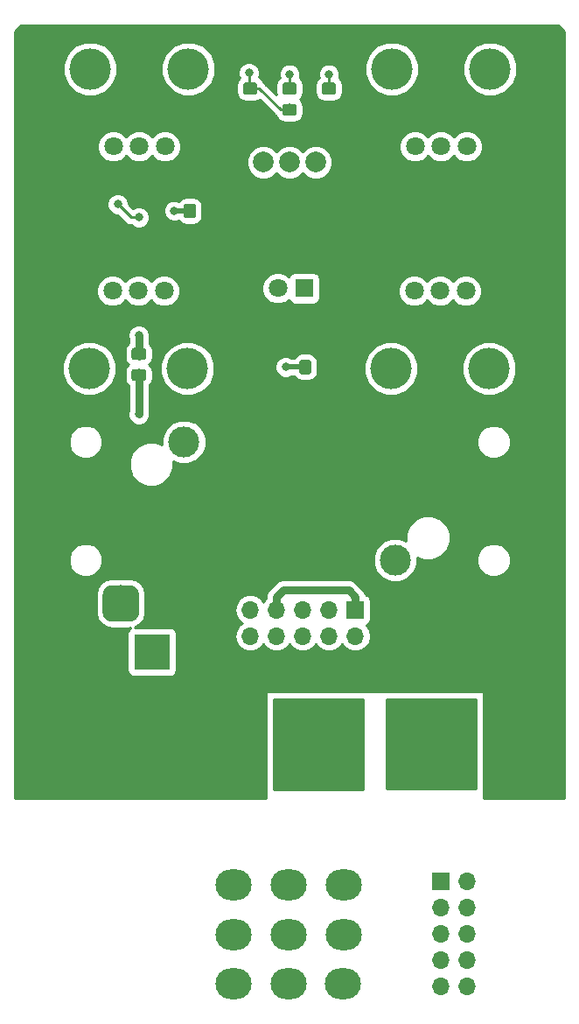
<source format=gbr>
G04 #@! TF.GenerationSoftware,KiCad,Pcbnew,(5.0.0-3-g5ebb6b6)*
G04 #@! TF.CreationDate,2018-11-10T02:34:20+00:00*
G04 #@! TF.ProjectId,555PWMTremolo,35353550574D5472656D6F6C6F2E6B69,rev?*
G04 #@! TF.SameCoordinates,Original*
G04 #@! TF.FileFunction,Copper,L2,Bot,Signal*
G04 #@! TF.FilePolarity,Positive*
%FSLAX46Y46*%
G04 Gerber Fmt 4.6, Leading zero omitted, Abs format (unit mm)*
G04 Created by KiCad (PCBNEW (5.0.0-3-g5ebb6b6)) date Saturday, 10 November 2018 at 02:34:20*
%MOMM*%
%LPD*%
G01*
G04 APERTURE LIST*
G04 #@! TA.AperFunction,Conductor*
%ADD10C,0.100000*%
G04 #@! TD*
G04 #@! TA.AperFunction,SMDPad,CuDef*
%ADD11C,1.150000*%
G04 #@! TD*
G04 #@! TA.AperFunction,ComponentPad*
%ADD12O,3.500000X3.000000*%
G04 #@! TD*
G04 #@! TA.AperFunction,ComponentPad*
%ADD13R,1.800000X1.800000*%
G04 #@! TD*
G04 #@! TA.AperFunction,ComponentPad*
%ADD14C,1.800000*%
G04 #@! TD*
G04 #@! TA.AperFunction,ComponentPad*
%ADD15C,3.000000*%
G04 #@! TD*
G04 #@! TA.AperFunction,ComponentPad*
%ADD16R,3.500000X3.500000*%
G04 #@! TD*
G04 #@! TA.AperFunction,ComponentPad*
%ADD17C,3.500000*%
G04 #@! TD*
G04 #@! TA.AperFunction,WasherPad*
%ADD18C,4.000000*%
G04 #@! TD*
G04 #@! TA.AperFunction,ComponentPad*
%ADD19O,1.700000X1.700000*%
G04 #@! TD*
G04 #@! TA.AperFunction,ComponentPad*
%ADD20R,1.700000X1.700000*%
G04 #@! TD*
G04 #@! TA.AperFunction,ComponentPad*
%ADD21C,2.000000*%
G04 #@! TD*
G04 #@! TA.AperFunction,ViaPad*
%ADD22C,0.800000*%
G04 #@! TD*
G04 #@! TA.AperFunction,Conductor*
%ADD23C,0.750000*%
G04 #@! TD*
G04 #@! TA.AperFunction,Conductor*
%ADD24C,0.250000*%
G04 #@! TD*
G04 #@! TA.AperFunction,Conductor*
%ADD25C,0.500000*%
G04 #@! TD*
G04 #@! TA.AperFunction,Conductor*
%ADD26C,0.254000*%
G04 #@! TD*
G04 APERTURE END LIST*
D10*
G04 #@! TO.N,/GND*
G04 #@! TO.C,C_LPFOPT1*
G36*
X77309505Y-79699204D02*
X77333773Y-79702804D01*
X77357572Y-79708765D01*
X77380671Y-79717030D01*
X77402850Y-79727520D01*
X77423893Y-79740132D01*
X77443599Y-79754747D01*
X77461777Y-79771223D01*
X77478253Y-79789401D01*
X77492868Y-79809107D01*
X77505480Y-79830150D01*
X77515970Y-79852329D01*
X77524235Y-79875428D01*
X77530196Y-79899227D01*
X77533796Y-79923495D01*
X77535000Y-79947999D01*
X77535000Y-80598001D01*
X77533796Y-80622505D01*
X77530196Y-80646773D01*
X77524235Y-80670572D01*
X77515970Y-80693671D01*
X77505480Y-80715850D01*
X77492868Y-80736893D01*
X77478253Y-80756599D01*
X77461777Y-80774777D01*
X77443599Y-80791253D01*
X77423893Y-80805868D01*
X77402850Y-80818480D01*
X77380671Y-80828970D01*
X77357572Y-80837235D01*
X77333773Y-80843196D01*
X77309505Y-80846796D01*
X77285001Y-80848000D01*
X76384999Y-80848000D01*
X76360495Y-80846796D01*
X76336227Y-80843196D01*
X76312428Y-80837235D01*
X76289329Y-80828970D01*
X76267150Y-80818480D01*
X76246107Y-80805868D01*
X76226401Y-80791253D01*
X76208223Y-80774777D01*
X76191747Y-80756599D01*
X76177132Y-80736893D01*
X76164520Y-80715850D01*
X76154030Y-80693671D01*
X76145765Y-80670572D01*
X76139804Y-80646773D01*
X76136204Y-80622505D01*
X76135000Y-80598001D01*
X76135000Y-79947999D01*
X76136204Y-79923495D01*
X76139804Y-79899227D01*
X76145765Y-79875428D01*
X76154030Y-79852329D01*
X76164520Y-79830150D01*
X76177132Y-79809107D01*
X76191747Y-79789401D01*
X76208223Y-79771223D01*
X76226401Y-79754747D01*
X76246107Y-79740132D01*
X76267150Y-79727520D01*
X76289329Y-79717030D01*
X76312428Y-79708765D01*
X76336227Y-79702804D01*
X76360495Y-79699204D01*
X76384999Y-79698000D01*
X77285001Y-79698000D01*
X77309505Y-79699204D01*
X77309505Y-79699204D01*
G37*
D11*
G04 #@! TD*
G04 #@! TO.P,C_LPFOPT1,2*
G04 #@! TO.N,/GND*
X76835000Y-80273000D03*
D10*
G04 #@! TO.N,Net-(C_LPFOPT1-Pad1)*
G04 #@! TO.C,C_LPFOPT1*
G36*
X77309505Y-77649204D02*
X77333773Y-77652804D01*
X77357572Y-77658765D01*
X77380671Y-77667030D01*
X77402850Y-77677520D01*
X77423893Y-77690132D01*
X77443599Y-77704747D01*
X77461777Y-77721223D01*
X77478253Y-77739401D01*
X77492868Y-77759107D01*
X77505480Y-77780150D01*
X77515970Y-77802329D01*
X77524235Y-77825428D01*
X77530196Y-77849227D01*
X77533796Y-77873495D01*
X77535000Y-77897999D01*
X77535000Y-78548001D01*
X77533796Y-78572505D01*
X77530196Y-78596773D01*
X77524235Y-78620572D01*
X77515970Y-78643671D01*
X77505480Y-78665850D01*
X77492868Y-78686893D01*
X77478253Y-78706599D01*
X77461777Y-78724777D01*
X77443599Y-78741253D01*
X77423893Y-78755868D01*
X77402850Y-78768480D01*
X77380671Y-78778970D01*
X77357572Y-78787235D01*
X77333773Y-78793196D01*
X77309505Y-78796796D01*
X77285001Y-78798000D01*
X76384999Y-78798000D01*
X76360495Y-78796796D01*
X76336227Y-78793196D01*
X76312428Y-78787235D01*
X76289329Y-78778970D01*
X76267150Y-78768480D01*
X76246107Y-78755868D01*
X76226401Y-78741253D01*
X76208223Y-78724777D01*
X76191747Y-78706599D01*
X76177132Y-78686893D01*
X76164520Y-78665850D01*
X76154030Y-78643671D01*
X76145765Y-78620572D01*
X76139804Y-78596773D01*
X76136204Y-78572505D01*
X76135000Y-78548001D01*
X76135000Y-77897999D01*
X76136204Y-77873495D01*
X76139804Y-77849227D01*
X76145765Y-77825428D01*
X76154030Y-77802329D01*
X76164520Y-77780150D01*
X76177132Y-77759107D01*
X76191747Y-77739401D01*
X76208223Y-77721223D01*
X76226401Y-77704747D01*
X76246107Y-77690132D01*
X76267150Y-77677520D01*
X76289329Y-77667030D01*
X76312428Y-77658765D01*
X76336227Y-77652804D01*
X76360495Y-77649204D01*
X76384999Y-77648000D01*
X77285001Y-77648000D01*
X77309505Y-77649204D01*
X77309505Y-77649204D01*
G37*
D11*
G04 #@! TD*
G04 #@! TO.P,C_LPFOPT1,1*
G04 #@! TO.N,Net-(C_LPFOPT1-Pad1)*
X76835000Y-78223000D03*
D10*
G04 #@! TO.N,Net-(C_LPFOPT2-Pad1)*
G04 #@! TO.C,C_LPFOPT2*
G36*
X84929505Y-77649204D02*
X84953773Y-77652804D01*
X84977572Y-77658765D01*
X85000671Y-77667030D01*
X85022850Y-77677520D01*
X85043893Y-77690132D01*
X85063599Y-77704747D01*
X85081777Y-77721223D01*
X85098253Y-77739401D01*
X85112868Y-77759107D01*
X85125480Y-77780150D01*
X85135970Y-77802329D01*
X85144235Y-77825428D01*
X85150196Y-77849227D01*
X85153796Y-77873495D01*
X85155000Y-77897999D01*
X85155000Y-78548001D01*
X85153796Y-78572505D01*
X85150196Y-78596773D01*
X85144235Y-78620572D01*
X85135970Y-78643671D01*
X85125480Y-78665850D01*
X85112868Y-78686893D01*
X85098253Y-78706599D01*
X85081777Y-78724777D01*
X85063599Y-78741253D01*
X85043893Y-78755868D01*
X85022850Y-78768480D01*
X85000671Y-78778970D01*
X84977572Y-78787235D01*
X84953773Y-78793196D01*
X84929505Y-78796796D01*
X84905001Y-78798000D01*
X84004999Y-78798000D01*
X83980495Y-78796796D01*
X83956227Y-78793196D01*
X83932428Y-78787235D01*
X83909329Y-78778970D01*
X83887150Y-78768480D01*
X83866107Y-78755868D01*
X83846401Y-78741253D01*
X83828223Y-78724777D01*
X83811747Y-78706599D01*
X83797132Y-78686893D01*
X83784520Y-78665850D01*
X83774030Y-78643671D01*
X83765765Y-78620572D01*
X83759804Y-78596773D01*
X83756204Y-78572505D01*
X83755000Y-78548001D01*
X83755000Y-77897999D01*
X83756204Y-77873495D01*
X83759804Y-77849227D01*
X83765765Y-77825428D01*
X83774030Y-77802329D01*
X83784520Y-77780150D01*
X83797132Y-77759107D01*
X83811747Y-77739401D01*
X83828223Y-77721223D01*
X83846401Y-77704747D01*
X83866107Y-77690132D01*
X83887150Y-77677520D01*
X83909329Y-77667030D01*
X83932428Y-77658765D01*
X83956227Y-77652804D01*
X83980495Y-77649204D01*
X84004999Y-77648000D01*
X84905001Y-77648000D01*
X84929505Y-77649204D01*
X84929505Y-77649204D01*
G37*
D11*
G04 #@! TD*
G04 #@! TO.P,C_LPFOPT2,1*
G04 #@! TO.N,Net-(C_LPFOPT2-Pad1)*
X84455000Y-78223000D03*
D10*
G04 #@! TO.N,/GND*
G04 #@! TO.C,C_LPFOPT2*
G36*
X84929505Y-79699204D02*
X84953773Y-79702804D01*
X84977572Y-79708765D01*
X85000671Y-79717030D01*
X85022850Y-79727520D01*
X85043893Y-79740132D01*
X85063599Y-79754747D01*
X85081777Y-79771223D01*
X85098253Y-79789401D01*
X85112868Y-79809107D01*
X85125480Y-79830150D01*
X85135970Y-79852329D01*
X85144235Y-79875428D01*
X85150196Y-79899227D01*
X85153796Y-79923495D01*
X85155000Y-79947999D01*
X85155000Y-80598001D01*
X85153796Y-80622505D01*
X85150196Y-80646773D01*
X85144235Y-80670572D01*
X85135970Y-80693671D01*
X85125480Y-80715850D01*
X85112868Y-80736893D01*
X85098253Y-80756599D01*
X85081777Y-80774777D01*
X85063599Y-80791253D01*
X85043893Y-80805868D01*
X85022850Y-80818480D01*
X85000671Y-80828970D01*
X84977572Y-80837235D01*
X84953773Y-80843196D01*
X84929505Y-80846796D01*
X84905001Y-80848000D01*
X84004999Y-80848000D01*
X83980495Y-80846796D01*
X83956227Y-80843196D01*
X83932428Y-80837235D01*
X83909329Y-80828970D01*
X83887150Y-80818480D01*
X83866107Y-80805868D01*
X83846401Y-80791253D01*
X83828223Y-80774777D01*
X83811747Y-80756599D01*
X83797132Y-80736893D01*
X83784520Y-80715850D01*
X83774030Y-80693671D01*
X83765765Y-80670572D01*
X83759804Y-80646773D01*
X83756204Y-80622505D01*
X83755000Y-80598001D01*
X83755000Y-79947999D01*
X83756204Y-79923495D01*
X83759804Y-79899227D01*
X83765765Y-79875428D01*
X83774030Y-79852329D01*
X83784520Y-79830150D01*
X83797132Y-79809107D01*
X83811747Y-79789401D01*
X83828223Y-79771223D01*
X83846401Y-79754747D01*
X83866107Y-79740132D01*
X83887150Y-79727520D01*
X83909329Y-79717030D01*
X83932428Y-79708765D01*
X83956227Y-79702804D01*
X83980495Y-79699204D01*
X84004999Y-79698000D01*
X84905001Y-79698000D01*
X84929505Y-79699204D01*
X84929505Y-79699204D01*
G37*
D11*
G04 #@! TD*
G04 #@! TO.P,C_LPFOPT2,2*
G04 #@! TO.N,/GND*
X84455000Y-80273000D03*
D10*
G04 #@! TO.N,Net-(R_LPF1-Pad2)*
G04 #@! TO.C,R_LPF1*
G36*
X81119505Y-77649204D02*
X81143773Y-77652804D01*
X81167572Y-77658765D01*
X81190671Y-77667030D01*
X81212850Y-77677520D01*
X81233893Y-77690132D01*
X81253599Y-77704747D01*
X81271777Y-77721223D01*
X81288253Y-77739401D01*
X81302868Y-77759107D01*
X81315480Y-77780150D01*
X81325970Y-77802329D01*
X81334235Y-77825428D01*
X81340196Y-77849227D01*
X81343796Y-77873495D01*
X81345000Y-77897999D01*
X81345000Y-78548001D01*
X81343796Y-78572505D01*
X81340196Y-78596773D01*
X81334235Y-78620572D01*
X81325970Y-78643671D01*
X81315480Y-78665850D01*
X81302868Y-78686893D01*
X81288253Y-78706599D01*
X81271777Y-78724777D01*
X81253599Y-78741253D01*
X81233893Y-78755868D01*
X81212850Y-78768480D01*
X81190671Y-78778970D01*
X81167572Y-78787235D01*
X81143773Y-78793196D01*
X81119505Y-78796796D01*
X81095001Y-78798000D01*
X80194999Y-78798000D01*
X80170495Y-78796796D01*
X80146227Y-78793196D01*
X80122428Y-78787235D01*
X80099329Y-78778970D01*
X80077150Y-78768480D01*
X80056107Y-78755868D01*
X80036401Y-78741253D01*
X80018223Y-78724777D01*
X80001747Y-78706599D01*
X79987132Y-78686893D01*
X79974520Y-78665850D01*
X79964030Y-78643671D01*
X79955765Y-78620572D01*
X79949804Y-78596773D01*
X79946204Y-78572505D01*
X79945000Y-78548001D01*
X79945000Y-77897999D01*
X79946204Y-77873495D01*
X79949804Y-77849227D01*
X79955765Y-77825428D01*
X79964030Y-77802329D01*
X79974520Y-77780150D01*
X79987132Y-77759107D01*
X80001747Y-77739401D01*
X80018223Y-77721223D01*
X80036401Y-77704747D01*
X80056107Y-77690132D01*
X80077150Y-77677520D01*
X80099329Y-77667030D01*
X80122428Y-77658765D01*
X80146227Y-77652804D01*
X80170495Y-77649204D01*
X80194999Y-77648000D01*
X81095001Y-77648000D01*
X81119505Y-77649204D01*
X81119505Y-77649204D01*
G37*
D11*
G04 #@! TD*
G04 #@! TO.P,R_LPF1,2*
G04 #@! TO.N,Net-(R_LPF1-Pad2)*
X80645000Y-78223000D03*
D10*
G04 #@! TO.N,Net-(C_LPFOPT1-Pad1)*
G04 #@! TO.C,R_LPF1*
G36*
X81119505Y-79699204D02*
X81143773Y-79702804D01*
X81167572Y-79708765D01*
X81190671Y-79717030D01*
X81212850Y-79727520D01*
X81233893Y-79740132D01*
X81253599Y-79754747D01*
X81271777Y-79771223D01*
X81288253Y-79789401D01*
X81302868Y-79809107D01*
X81315480Y-79830150D01*
X81325970Y-79852329D01*
X81334235Y-79875428D01*
X81340196Y-79899227D01*
X81343796Y-79923495D01*
X81345000Y-79947999D01*
X81345000Y-80598001D01*
X81343796Y-80622505D01*
X81340196Y-80646773D01*
X81334235Y-80670572D01*
X81325970Y-80693671D01*
X81315480Y-80715850D01*
X81302868Y-80736893D01*
X81288253Y-80756599D01*
X81271777Y-80774777D01*
X81253599Y-80791253D01*
X81233893Y-80805868D01*
X81212850Y-80818480D01*
X81190671Y-80828970D01*
X81167572Y-80837235D01*
X81143773Y-80843196D01*
X81119505Y-80846796D01*
X81095001Y-80848000D01*
X80194999Y-80848000D01*
X80170495Y-80846796D01*
X80146227Y-80843196D01*
X80122428Y-80837235D01*
X80099329Y-80828970D01*
X80077150Y-80818480D01*
X80056107Y-80805868D01*
X80036401Y-80791253D01*
X80018223Y-80774777D01*
X80001747Y-80756599D01*
X79987132Y-80736893D01*
X79974520Y-80715850D01*
X79964030Y-80693671D01*
X79955765Y-80670572D01*
X79949804Y-80646773D01*
X79946204Y-80622505D01*
X79945000Y-80598001D01*
X79945000Y-79947999D01*
X79946204Y-79923495D01*
X79949804Y-79899227D01*
X79955765Y-79875428D01*
X79964030Y-79852329D01*
X79974520Y-79830150D01*
X79987132Y-79809107D01*
X80001747Y-79789401D01*
X80018223Y-79771223D01*
X80036401Y-79754747D01*
X80056107Y-79740132D01*
X80077150Y-79727520D01*
X80099329Y-79717030D01*
X80122428Y-79708765D01*
X80146227Y-79702804D01*
X80170495Y-79699204D01*
X80194999Y-79698000D01*
X81095001Y-79698000D01*
X81119505Y-79699204D01*
X81119505Y-79699204D01*
G37*
D11*
G04 #@! TD*
G04 #@! TO.P,R_LPF1,1*
G04 #@! TO.N,Net-(C_LPFOPT1-Pad1)*
X80645000Y-80273000D03*
D12*
G04 #@! TO.P,SW_EN1,1*
G04 #@! TO.N,/555PWMTremolo_3PDT/3PDT_1_INT*
X85836760Y-164851080D03*
G04 #@! TO.P,SW_EN1,4*
G04 #@! TO.N,/555PWMTremolo_3PDT/3PDT_4_INT*
X80563720Y-164838380D03*
G04 #@! TO.P,SW_EN1,7*
G04 #@! TO.N,/555PWMTremolo_3PDT/3PDT_7_INT*
X75247500Y-164833300D03*
G04 #@! TO.P,SW_EN1,2*
G04 #@! TO.N,/555PWMTremolo_3PDT/3PDT_2_INT*
X85852000Y-160045400D03*
G04 #@! TO.P,SW_EN1,5*
G04 #@! TO.N,/555PWMTremolo_3PDT/3PDT_5_INT*
X80556100Y-160045400D03*
G04 #@! TO.P,SW_EN1,8*
G04 #@! TO.N,/555PWMTremolo_3PDT/3PDT_8_INT*
X75247500Y-160045400D03*
G04 #@! TO.P,SW_EN1,3*
G04 #@! TO.N,/555PWMTremolo_3PDT/3PDT_3_INT*
X85864700Y-155244800D03*
G04 #@! TO.P,SW_EN1,6*
G04 #@! TO.N,/555PWMTremolo_3PDT/3PDT_6_INT*
X80556100Y-155244800D03*
G04 #@! TO.P,SW_EN1,9*
G04 #@! TO.N,/555PWMTremolo_3PDT/3PDT_9_INT*
X75247500Y-155244800D03*
G04 #@! TD*
D10*
G04 #@! TO.N,Net-(P_VOL1-Pad1)*
G04 #@! TO.C,R_GAIN1*
G36*
X82509505Y-104457204D02*
X82533773Y-104460804D01*
X82557572Y-104466765D01*
X82580671Y-104475030D01*
X82602850Y-104485520D01*
X82623893Y-104498132D01*
X82643599Y-104512747D01*
X82661777Y-104529223D01*
X82678253Y-104547401D01*
X82692868Y-104567107D01*
X82705480Y-104588150D01*
X82715970Y-104610329D01*
X82724235Y-104633428D01*
X82730196Y-104657227D01*
X82733796Y-104681495D01*
X82735000Y-104705999D01*
X82735000Y-105606001D01*
X82733796Y-105630505D01*
X82730196Y-105654773D01*
X82724235Y-105678572D01*
X82715970Y-105701671D01*
X82705480Y-105723850D01*
X82692868Y-105744893D01*
X82678253Y-105764599D01*
X82661777Y-105782777D01*
X82643599Y-105799253D01*
X82623893Y-105813868D01*
X82602850Y-105826480D01*
X82580671Y-105836970D01*
X82557572Y-105845235D01*
X82533773Y-105851196D01*
X82509505Y-105854796D01*
X82485001Y-105856000D01*
X81834999Y-105856000D01*
X81810495Y-105854796D01*
X81786227Y-105851196D01*
X81762428Y-105845235D01*
X81739329Y-105836970D01*
X81717150Y-105826480D01*
X81696107Y-105813868D01*
X81676401Y-105799253D01*
X81658223Y-105782777D01*
X81641747Y-105764599D01*
X81627132Y-105744893D01*
X81614520Y-105723850D01*
X81604030Y-105701671D01*
X81595765Y-105678572D01*
X81589804Y-105654773D01*
X81586204Y-105630505D01*
X81585000Y-105606001D01*
X81585000Y-104705999D01*
X81586204Y-104681495D01*
X81589804Y-104657227D01*
X81595765Y-104633428D01*
X81604030Y-104610329D01*
X81614520Y-104588150D01*
X81627132Y-104567107D01*
X81641747Y-104547401D01*
X81658223Y-104529223D01*
X81676401Y-104512747D01*
X81696107Y-104498132D01*
X81717150Y-104485520D01*
X81739329Y-104475030D01*
X81762428Y-104466765D01*
X81786227Y-104460804D01*
X81810495Y-104457204D01*
X81834999Y-104456000D01*
X82485001Y-104456000D01*
X82509505Y-104457204D01*
X82509505Y-104457204D01*
G37*
D11*
G04 #@! TD*
G04 #@! TO.P,R_GAIN1,1*
G04 #@! TO.N,Net-(P_VOL1-Pad1)*
X82160000Y-105156000D03*
D10*
G04 #@! TO.N,/GND*
G04 #@! TO.C,R_GAIN1*
G36*
X84559505Y-104457204D02*
X84583773Y-104460804D01*
X84607572Y-104466765D01*
X84630671Y-104475030D01*
X84652850Y-104485520D01*
X84673893Y-104498132D01*
X84693599Y-104512747D01*
X84711777Y-104529223D01*
X84728253Y-104547401D01*
X84742868Y-104567107D01*
X84755480Y-104588150D01*
X84765970Y-104610329D01*
X84774235Y-104633428D01*
X84780196Y-104657227D01*
X84783796Y-104681495D01*
X84785000Y-104705999D01*
X84785000Y-105606001D01*
X84783796Y-105630505D01*
X84780196Y-105654773D01*
X84774235Y-105678572D01*
X84765970Y-105701671D01*
X84755480Y-105723850D01*
X84742868Y-105744893D01*
X84728253Y-105764599D01*
X84711777Y-105782777D01*
X84693599Y-105799253D01*
X84673893Y-105813868D01*
X84652850Y-105826480D01*
X84630671Y-105836970D01*
X84607572Y-105845235D01*
X84583773Y-105851196D01*
X84559505Y-105854796D01*
X84535001Y-105856000D01*
X83884999Y-105856000D01*
X83860495Y-105854796D01*
X83836227Y-105851196D01*
X83812428Y-105845235D01*
X83789329Y-105836970D01*
X83767150Y-105826480D01*
X83746107Y-105813868D01*
X83726401Y-105799253D01*
X83708223Y-105782777D01*
X83691747Y-105764599D01*
X83677132Y-105744893D01*
X83664520Y-105723850D01*
X83654030Y-105701671D01*
X83645765Y-105678572D01*
X83639804Y-105654773D01*
X83636204Y-105630505D01*
X83635000Y-105606001D01*
X83635000Y-104705999D01*
X83636204Y-104681495D01*
X83639804Y-104657227D01*
X83645765Y-104633428D01*
X83654030Y-104610329D01*
X83664520Y-104588150D01*
X83677132Y-104567107D01*
X83691747Y-104547401D01*
X83708223Y-104529223D01*
X83726401Y-104512747D01*
X83746107Y-104498132D01*
X83767150Y-104485520D01*
X83789329Y-104475030D01*
X83812428Y-104466765D01*
X83836227Y-104460804D01*
X83860495Y-104457204D01*
X83884999Y-104456000D01*
X84535001Y-104456000D01*
X84559505Y-104457204D01*
X84559505Y-104457204D01*
G37*
D11*
G04 #@! TD*
G04 #@! TO.P,R_GAIN1,2*
G04 #@! TO.N,/GND*
X84210000Y-105156000D03*
D13*
G04 #@! TO.P,D_LED1,1*
G04 #@! TO.N,Net-(C_LPFOPT2-Pad1)*
X82042000Y-97536000D03*
D14*
G04 #@! TO.P,D_LED1,2*
G04 #@! TO.N,Net-(C_LPFOPT1-Pad1)*
X79502000Y-97536000D03*
G04 #@! TD*
D10*
G04 #@! TO.N,Net-(C_OSC1-Pad1)*
G04 #@! TO.C,C_OSC1*
G36*
X71333505Y-89344204D02*
X71357773Y-89347804D01*
X71381572Y-89353765D01*
X71404671Y-89362030D01*
X71426850Y-89372520D01*
X71447893Y-89385132D01*
X71467599Y-89399747D01*
X71485777Y-89416223D01*
X71502253Y-89434401D01*
X71516868Y-89454107D01*
X71529480Y-89475150D01*
X71539970Y-89497329D01*
X71548235Y-89520428D01*
X71554196Y-89544227D01*
X71557796Y-89568495D01*
X71559000Y-89592999D01*
X71559000Y-90493001D01*
X71557796Y-90517505D01*
X71554196Y-90541773D01*
X71548235Y-90565572D01*
X71539970Y-90588671D01*
X71529480Y-90610850D01*
X71516868Y-90631893D01*
X71502253Y-90651599D01*
X71485777Y-90669777D01*
X71467599Y-90686253D01*
X71447893Y-90700868D01*
X71426850Y-90713480D01*
X71404671Y-90723970D01*
X71381572Y-90732235D01*
X71357773Y-90738196D01*
X71333505Y-90741796D01*
X71309001Y-90743000D01*
X70658999Y-90743000D01*
X70634495Y-90741796D01*
X70610227Y-90738196D01*
X70586428Y-90732235D01*
X70563329Y-90723970D01*
X70541150Y-90713480D01*
X70520107Y-90700868D01*
X70500401Y-90686253D01*
X70482223Y-90669777D01*
X70465747Y-90651599D01*
X70451132Y-90631893D01*
X70438520Y-90610850D01*
X70428030Y-90588671D01*
X70419765Y-90565572D01*
X70413804Y-90541773D01*
X70410204Y-90517505D01*
X70409000Y-90493001D01*
X70409000Y-89592999D01*
X70410204Y-89568495D01*
X70413804Y-89544227D01*
X70419765Y-89520428D01*
X70428030Y-89497329D01*
X70438520Y-89475150D01*
X70451132Y-89454107D01*
X70465747Y-89434401D01*
X70482223Y-89416223D01*
X70500401Y-89399747D01*
X70520107Y-89385132D01*
X70541150Y-89372520D01*
X70563329Y-89362030D01*
X70586428Y-89353765D01*
X70610227Y-89347804D01*
X70634495Y-89344204D01*
X70658999Y-89343000D01*
X71309001Y-89343000D01*
X71333505Y-89344204D01*
X71333505Y-89344204D01*
G37*
D11*
G04 #@! TD*
G04 #@! TO.P,C_OSC1,1*
G04 #@! TO.N,Net-(C_OSC1-Pad1)*
X70984000Y-90043000D03*
D10*
G04 #@! TO.N,/GND*
G04 #@! TO.C,C_OSC1*
G36*
X73383505Y-89344204D02*
X73407773Y-89347804D01*
X73431572Y-89353765D01*
X73454671Y-89362030D01*
X73476850Y-89372520D01*
X73497893Y-89385132D01*
X73517599Y-89399747D01*
X73535777Y-89416223D01*
X73552253Y-89434401D01*
X73566868Y-89454107D01*
X73579480Y-89475150D01*
X73589970Y-89497329D01*
X73598235Y-89520428D01*
X73604196Y-89544227D01*
X73607796Y-89568495D01*
X73609000Y-89592999D01*
X73609000Y-90493001D01*
X73607796Y-90517505D01*
X73604196Y-90541773D01*
X73598235Y-90565572D01*
X73589970Y-90588671D01*
X73579480Y-90610850D01*
X73566868Y-90631893D01*
X73552253Y-90651599D01*
X73535777Y-90669777D01*
X73517599Y-90686253D01*
X73497893Y-90700868D01*
X73476850Y-90713480D01*
X73454671Y-90723970D01*
X73431572Y-90732235D01*
X73407773Y-90738196D01*
X73383505Y-90741796D01*
X73359001Y-90743000D01*
X72708999Y-90743000D01*
X72684495Y-90741796D01*
X72660227Y-90738196D01*
X72636428Y-90732235D01*
X72613329Y-90723970D01*
X72591150Y-90713480D01*
X72570107Y-90700868D01*
X72550401Y-90686253D01*
X72532223Y-90669777D01*
X72515747Y-90651599D01*
X72501132Y-90631893D01*
X72488520Y-90610850D01*
X72478030Y-90588671D01*
X72469765Y-90565572D01*
X72463804Y-90541773D01*
X72460204Y-90517505D01*
X72459000Y-90493001D01*
X72459000Y-89592999D01*
X72460204Y-89568495D01*
X72463804Y-89544227D01*
X72469765Y-89520428D01*
X72478030Y-89497329D01*
X72488520Y-89475150D01*
X72501132Y-89454107D01*
X72515747Y-89434401D01*
X72532223Y-89416223D01*
X72550401Y-89399747D01*
X72570107Y-89385132D01*
X72591150Y-89372520D01*
X72613329Y-89362030D01*
X72636428Y-89353765D01*
X72660227Y-89347804D01*
X72684495Y-89344204D01*
X72708999Y-89343000D01*
X73359001Y-89343000D01*
X73383505Y-89344204D01*
X73383505Y-89344204D01*
G37*
D11*
G04 #@! TD*
G04 #@! TO.P,C_OSC1,2*
G04 #@! TO.N,/GND*
X73034000Y-90043000D03*
D15*
G04 #@! TO.P,J_IN1,4*
G04 #@! TO.N,/GND*
X103568500Y-123825000D03*
G04 #@! TO.P,J_IN1,3*
X103568500Y-112395000D03*
G04 #@! TO.P,J_IN1,2*
X90868500Y-112395000D03*
G04 #@! TO.P,J_IN1,1*
G04 #@! TO.N,/3PDT_2_EXT*
X90868500Y-123825000D03*
G04 #@! TD*
D16*
G04 #@! TO.P,J_PWR1,1*
G04 #@! TO.N,+9V*
X67310000Y-132715000D03*
D10*
G04 #@! TD*
G04 #@! TO.N,/GND*
G04 #@! TO.C,J_PWR1*
G36*
X62133513Y-130968611D02*
X62206318Y-130979411D01*
X62277714Y-130997295D01*
X62347013Y-131022090D01*
X62413548Y-131053559D01*
X62476678Y-131091398D01*
X62535795Y-131135242D01*
X62590330Y-131184670D01*
X62639758Y-131239205D01*
X62683602Y-131298322D01*
X62721441Y-131361452D01*
X62752910Y-131427987D01*
X62777705Y-131497286D01*
X62795589Y-131568682D01*
X62806389Y-131641487D01*
X62810000Y-131715000D01*
X62810000Y-133715000D01*
X62806389Y-133788513D01*
X62795589Y-133861318D01*
X62777705Y-133932714D01*
X62752910Y-134002013D01*
X62721441Y-134068548D01*
X62683602Y-134131678D01*
X62639758Y-134190795D01*
X62590330Y-134245330D01*
X62535795Y-134294758D01*
X62476678Y-134338602D01*
X62413548Y-134376441D01*
X62347013Y-134407910D01*
X62277714Y-134432705D01*
X62206318Y-134450589D01*
X62133513Y-134461389D01*
X62060000Y-134465000D01*
X60560000Y-134465000D01*
X60486487Y-134461389D01*
X60413682Y-134450589D01*
X60342286Y-134432705D01*
X60272987Y-134407910D01*
X60206452Y-134376441D01*
X60143322Y-134338602D01*
X60084205Y-134294758D01*
X60029670Y-134245330D01*
X59980242Y-134190795D01*
X59936398Y-134131678D01*
X59898559Y-134068548D01*
X59867090Y-134002013D01*
X59842295Y-133932714D01*
X59824411Y-133861318D01*
X59813611Y-133788513D01*
X59810000Y-133715000D01*
X59810000Y-131715000D01*
X59813611Y-131641487D01*
X59824411Y-131568682D01*
X59842295Y-131497286D01*
X59867090Y-131427987D01*
X59898559Y-131361452D01*
X59936398Y-131298322D01*
X59980242Y-131239205D01*
X60029670Y-131184670D01*
X60084205Y-131135242D01*
X60143322Y-131091398D01*
X60206452Y-131053559D01*
X60272987Y-131022090D01*
X60342286Y-130997295D01*
X60413682Y-130979411D01*
X60486487Y-130968611D01*
X60560000Y-130965000D01*
X62060000Y-130965000D01*
X62133513Y-130968611D01*
X62133513Y-130968611D01*
G37*
D15*
G04 #@! TO.P,J_PWR1,2*
G04 #@! TO.N,/GND*
X61310000Y-132715000D03*
D10*
G04 #@! TD*
G04 #@! TO.N,N/C*
G04 #@! TO.C,J_PWR1*
G36*
X65270765Y-126269213D02*
X65355704Y-126281813D01*
X65438999Y-126302677D01*
X65519848Y-126331605D01*
X65597472Y-126368319D01*
X65671124Y-126412464D01*
X65740094Y-126463616D01*
X65803718Y-126521282D01*
X65861384Y-126584906D01*
X65912536Y-126653876D01*
X65956681Y-126727528D01*
X65993395Y-126805152D01*
X66022323Y-126886001D01*
X66043187Y-126969296D01*
X66055787Y-127054235D01*
X66060000Y-127140000D01*
X66060000Y-128890000D01*
X66055787Y-128975765D01*
X66043187Y-129060704D01*
X66022323Y-129143999D01*
X65993395Y-129224848D01*
X65956681Y-129302472D01*
X65912536Y-129376124D01*
X65861384Y-129445094D01*
X65803718Y-129508718D01*
X65740094Y-129566384D01*
X65671124Y-129617536D01*
X65597472Y-129661681D01*
X65519848Y-129698395D01*
X65438999Y-129727323D01*
X65355704Y-129748187D01*
X65270765Y-129760787D01*
X65185000Y-129765000D01*
X63435000Y-129765000D01*
X63349235Y-129760787D01*
X63264296Y-129748187D01*
X63181001Y-129727323D01*
X63100152Y-129698395D01*
X63022528Y-129661681D01*
X62948876Y-129617536D01*
X62879906Y-129566384D01*
X62816282Y-129508718D01*
X62758616Y-129445094D01*
X62707464Y-129376124D01*
X62663319Y-129302472D01*
X62626605Y-129224848D01*
X62597677Y-129143999D01*
X62576813Y-129060704D01*
X62564213Y-128975765D01*
X62560000Y-128890000D01*
X62560000Y-127140000D01*
X62564213Y-127054235D01*
X62576813Y-126969296D01*
X62597677Y-126886001D01*
X62626605Y-126805152D01*
X62663319Y-126727528D01*
X62707464Y-126653876D01*
X62758616Y-126584906D01*
X62816282Y-126521282D01*
X62879906Y-126463616D01*
X62948876Y-126412464D01*
X63022528Y-126368319D01*
X63100152Y-126331605D01*
X63181001Y-126302677D01*
X63264296Y-126281813D01*
X63349235Y-126269213D01*
X63435000Y-126265000D01*
X65185000Y-126265000D01*
X65270765Y-126269213D01*
X65270765Y-126269213D01*
G37*
D17*
G04 #@! TO.P,J_PWR1,3*
G04 #@! TO.N,N/C*
X64310000Y-128015000D03*
G04 #@! TD*
D14*
G04 #@! TO.P,P_DEPTH1,3*
G04 #@! TO.N,/555PWMTremolo_Clock/CLK_OUT*
X92790000Y-83820000D03*
G04 #@! TO.P,P_DEPTH1,2*
G04 #@! TO.N,Net-(P_DEPTH1-Pad2)*
X95290000Y-83820000D03*
G04 #@! TO.P,P_DEPTH1,1*
G04 #@! TO.N,Net-(P_DEPTH1-Pad1)*
X97790000Y-83820000D03*
D18*
G04 #@! TO.P,P_DEPTH1,*
G04 #@! TO.N,*
X90540000Y-76320000D03*
X100040000Y-76320000D03*
G04 #@! TD*
G04 #@! TO.P,P_VOL1,*
G04 #@! TO.N,*
X90460000Y-105290000D03*
X99960000Y-105290000D03*
D14*
G04 #@! TO.P,P_VOL1,1*
G04 #@! TO.N,Net-(P_VOL1-Pad1)*
X92710000Y-97790000D03*
G04 #@! TO.P,P_VOL1,2*
X95210000Y-97790000D03*
G04 #@! TO.P,P_VOL1,3*
G04 #@! TO.N,/3PDT_6_EXT*
X97710000Y-97790000D03*
G04 #@! TD*
D18*
G04 #@! TO.P,P_OSCOFF1,*
G04 #@! TO.N,*
X61250000Y-105290000D03*
X70750000Y-105290000D03*
D14*
G04 #@! TO.P,P_OSCOFF1,1*
G04 #@! TO.N,Net-(P_OSCOFF1-Pad1)*
X63500000Y-97790000D03*
G04 #@! TO.P,P_OSCOFF1,2*
X66000000Y-97790000D03*
G04 #@! TO.P,P_OSCOFF1,3*
G04 #@! TO.N,Net-(P_OSCOFF1-Pad3)*
X68500000Y-97790000D03*
G04 #@! TD*
G04 #@! TO.P,P_OSCON1,3*
G04 #@! TO.N,Net-(P_OSCOFF1-Pad3)*
X63580000Y-83820000D03*
G04 #@! TO.P,P_OSCON1,2*
G04 #@! TO.N,Net-(P_OSCON1-Pad1)*
X66080000Y-83820000D03*
G04 #@! TO.P,P_OSCON1,1*
X68580000Y-83820000D03*
D18*
G04 #@! TO.P,P_OSCON1,*
G04 #@! TO.N,*
X61330000Y-76320000D03*
X70830000Y-76320000D03*
G04 #@! TD*
D19*
G04 #@! TO.P,J_AUXTOMAIN1,10*
G04 #@! TO.N,N/C*
X97790000Y-154940000D03*
G04 #@! TO.P,J_AUXTOMAIN1,9*
G04 #@! TO.N,/555PWMTremolo_3PDT/3PDT_9_INT*
X97790000Y-157480000D03*
G04 #@! TO.P,J_AUXTOMAIN1,8*
G04 #@! TO.N,/555PWMTremolo_3PDT/3PDT_8_INT*
X97790000Y-160020000D03*
G04 #@! TO.P,J_AUXTOMAIN1,7*
G04 #@! TO.N,/555PWMTremolo_3PDT/3PDT_7_INT*
X97790000Y-162560000D03*
G04 #@! TO.P,J_AUXTOMAIN1,6*
G04 #@! TO.N,/555PWMTremolo_3PDT/3PDT_6_INT*
X97790000Y-165100000D03*
G04 #@! TO.P,J_AUXTOMAIN1,5*
G04 #@! TO.N,/555PWMTremolo_3PDT/3PDT_5_INT*
X95250000Y-165100000D03*
G04 #@! TO.P,J_AUXTOMAIN1,4*
G04 #@! TO.N,/555PWMTremolo_3PDT/3PDT_4_INT*
X95250000Y-162560000D03*
G04 #@! TO.P,J_AUXTOMAIN1,3*
G04 #@! TO.N,/555PWMTremolo_3PDT/3PDT_3_INT*
X95250000Y-160020000D03*
G04 #@! TO.P,J_AUXTOMAIN1,2*
G04 #@! TO.N,/555PWMTremolo_3PDT/3PDT_2_INT*
X95250000Y-157480000D03*
D20*
G04 #@! TO.P,J_AUXTOMAIN1,1*
G04 #@! TO.N,/555PWMTremolo_3PDT/3PDT_1_INT*
X95250000Y-154940000D03*
G04 #@! TD*
D15*
G04 #@! TO.P,J_OUT1,1*
G04 #@! TO.N,/3PDT_5_EXT*
X70421500Y-112395000D03*
G04 #@! TO.P,J_OUT1,2*
G04 #@! TO.N,/GND*
X70421500Y-123825000D03*
G04 #@! TO.P,J_OUT1,3*
X57721500Y-123825000D03*
G04 #@! TO.P,J_OUT1,4*
X57721500Y-112395000D03*
G04 #@! TD*
D10*
G04 #@! TO.N,/3PDT_8_EXT*
G04 #@! TO.C,R_OSCLIMIT1*
G36*
X66514505Y-105353204D02*
X66538773Y-105356804D01*
X66562572Y-105362765D01*
X66585671Y-105371030D01*
X66607850Y-105381520D01*
X66628893Y-105394132D01*
X66648599Y-105408747D01*
X66666777Y-105425223D01*
X66683253Y-105443401D01*
X66697868Y-105463107D01*
X66710480Y-105484150D01*
X66720970Y-105506329D01*
X66729235Y-105529428D01*
X66735196Y-105553227D01*
X66738796Y-105577495D01*
X66740000Y-105601999D01*
X66740000Y-106252001D01*
X66738796Y-106276505D01*
X66735196Y-106300773D01*
X66729235Y-106324572D01*
X66720970Y-106347671D01*
X66710480Y-106369850D01*
X66697868Y-106390893D01*
X66683253Y-106410599D01*
X66666777Y-106428777D01*
X66648599Y-106445253D01*
X66628893Y-106459868D01*
X66607850Y-106472480D01*
X66585671Y-106482970D01*
X66562572Y-106491235D01*
X66538773Y-106497196D01*
X66514505Y-106500796D01*
X66490001Y-106502000D01*
X65589999Y-106502000D01*
X65565495Y-106500796D01*
X65541227Y-106497196D01*
X65517428Y-106491235D01*
X65494329Y-106482970D01*
X65472150Y-106472480D01*
X65451107Y-106459868D01*
X65431401Y-106445253D01*
X65413223Y-106428777D01*
X65396747Y-106410599D01*
X65382132Y-106390893D01*
X65369520Y-106369850D01*
X65359030Y-106347671D01*
X65350765Y-106324572D01*
X65344804Y-106300773D01*
X65341204Y-106276505D01*
X65340000Y-106252001D01*
X65340000Y-105601999D01*
X65341204Y-105577495D01*
X65344804Y-105553227D01*
X65350765Y-105529428D01*
X65359030Y-105506329D01*
X65369520Y-105484150D01*
X65382132Y-105463107D01*
X65396747Y-105443401D01*
X65413223Y-105425223D01*
X65431401Y-105408747D01*
X65451107Y-105394132D01*
X65472150Y-105381520D01*
X65494329Y-105371030D01*
X65517428Y-105362765D01*
X65541227Y-105356804D01*
X65565495Y-105353204D01*
X65589999Y-105352000D01*
X66490001Y-105352000D01*
X66514505Y-105353204D01*
X66514505Y-105353204D01*
G37*
D11*
G04 #@! TD*
G04 #@! TO.P,R_OSCLIMIT1,1*
G04 #@! TO.N,/3PDT_8_EXT*
X66040000Y-105927000D03*
D10*
G04 #@! TO.N,Net-(C_BP1-Pad1)*
G04 #@! TO.C,R_OSCLIMIT1*
G36*
X66514505Y-103303204D02*
X66538773Y-103306804D01*
X66562572Y-103312765D01*
X66585671Y-103321030D01*
X66607850Y-103331520D01*
X66628893Y-103344132D01*
X66648599Y-103358747D01*
X66666777Y-103375223D01*
X66683253Y-103393401D01*
X66697868Y-103413107D01*
X66710480Y-103434150D01*
X66720970Y-103456329D01*
X66729235Y-103479428D01*
X66735196Y-103503227D01*
X66738796Y-103527495D01*
X66740000Y-103551999D01*
X66740000Y-104202001D01*
X66738796Y-104226505D01*
X66735196Y-104250773D01*
X66729235Y-104274572D01*
X66720970Y-104297671D01*
X66710480Y-104319850D01*
X66697868Y-104340893D01*
X66683253Y-104360599D01*
X66666777Y-104378777D01*
X66648599Y-104395253D01*
X66628893Y-104409868D01*
X66607850Y-104422480D01*
X66585671Y-104432970D01*
X66562572Y-104441235D01*
X66538773Y-104447196D01*
X66514505Y-104450796D01*
X66490001Y-104452000D01*
X65589999Y-104452000D01*
X65565495Y-104450796D01*
X65541227Y-104447196D01*
X65517428Y-104441235D01*
X65494329Y-104432970D01*
X65472150Y-104422480D01*
X65451107Y-104409868D01*
X65431401Y-104395253D01*
X65413223Y-104378777D01*
X65396747Y-104360599D01*
X65382132Y-104340893D01*
X65369520Y-104319850D01*
X65359030Y-104297671D01*
X65350765Y-104274572D01*
X65344804Y-104250773D01*
X65341204Y-104226505D01*
X65340000Y-104202001D01*
X65340000Y-103551999D01*
X65341204Y-103527495D01*
X65344804Y-103503227D01*
X65350765Y-103479428D01*
X65359030Y-103456329D01*
X65369520Y-103434150D01*
X65382132Y-103413107D01*
X65396747Y-103393401D01*
X65413223Y-103375223D01*
X65431401Y-103358747D01*
X65451107Y-103344132D01*
X65472150Y-103331520D01*
X65494329Y-103321030D01*
X65517428Y-103312765D01*
X65541227Y-103306804D01*
X65565495Y-103303204D01*
X65589999Y-103302000D01*
X66490001Y-103302000D01*
X66514505Y-103303204D01*
X66514505Y-103303204D01*
G37*
D11*
G04 #@! TD*
G04 #@! TO.P,R_OSCLIMIT1,2*
G04 #@! TO.N,Net-(C_BP1-Pad1)*
X66040000Y-103877000D03*
D21*
G04 #@! TO.P,SW_ATTACK1,2*
G04 #@! TO.N,Net-(C_LPFOPT2-Pad1)*
X80645000Y-85344000D03*
G04 #@! TO.P,SW_ATTACK1,3*
G04 #@! TO.N,Net-(CP_SLOW1-Pad1)*
X83185000Y-85344000D03*
G04 #@! TO.P,SW_ATTACK1,1*
G04 #@! TO.N,Net-(CP_FAST1-Pad1)*
X78105000Y-85344000D03*
G04 #@! TD*
D20*
G04 #@! TO.P,J_MAINTOAUX1,1*
G04 #@! TO.N,/3PDT_4_EXT*
X86995000Y-128651000D03*
D19*
G04 #@! TO.P,J_MAINTOAUX1,2*
G04 #@! TO.N,/3PDT_2_EXT*
X84455000Y-128651000D03*
G04 #@! TO.P,J_MAINTOAUX1,3*
G04 #@! TO.N,/3PDT_3_EXT*
X81915000Y-128651000D03*
G04 #@! TO.P,J_MAINTOAUX1,4*
G04 #@! TO.N,/3PDT_4_EXT*
X79375000Y-128651000D03*
G04 #@! TO.P,J_MAINTOAUX1,5*
G04 #@! TO.N,/3PDT_5_EXT*
X76835000Y-128651000D03*
G04 #@! TO.P,J_MAINTOAUX1,6*
G04 #@! TO.N,/3PDT_6_EXT*
X76835000Y-131191000D03*
G04 #@! TO.P,J_MAINTOAUX1,7*
G04 #@! TO.N,N/C*
X79375000Y-131191000D03*
G04 #@! TO.P,J_MAINTOAUX1,8*
G04 #@! TO.N,/3PDT_8_EXT*
X81915000Y-131191000D03*
G04 #@! TO.P,J_MAINTOAUX1,9*
G04 #@! TO.N,+5V*
X84455000Y-131191000D03*
G04 #@! TO.P,J_MAINTOAUX1,10*
G04 #@! TO.N,N/C*
X86995000Y-131191000D03*
G04 #@! TD*
D22*
G04 #@! TO.N,-9V*
X90551000Y-145415000D03*
X90551000Y-144145000D03*
X90551000Y-142875000D03*
X90551000Y-141605000D03*
X90551000Y-140335000D03*
X90551000Y-139065000D03*
X90551000Y-137795000D03*
X91821000Y-137795000D03*
X91821000Y-139065000D03*
X91821000Y-140335000D03*
X91821000Y-141605000D03*
X91821000Y-142875000D03*
X91821000Y-144145000D03*
X91821000Y-145415000D03*
X93091000Y-145415000D03*
X93091000Y-139065000D03*
X94361000Y-139065000D03*
X94361000Y-137795000D03*
X93091000Y-137795000D03*
X94361000Y-145415000D03*
G04 #@! TO.N,/3PDT_8_EXT*
X66040000Y-109728000D03*
G04 #@! TO.N,+5V*
X87249000Y-137795000D03*
X87249000Y-139065000D03*
X87249000Y-140335000D03*
X87249000Y-142875000D03*
X87249000Y-145415000D03*
X85979000Y-145415000D03*
X85979000Y-142875000D03*
X85979000Y-140335000D03*
X85979000Y-139065000D03*
X85979000Y-137795000D03*
X84709000Y-137795000D03*
X83439000Y-137795000D03*
X84709000Y-145415000D03*
X83439000Y-145415000D03*
X87249000Y-144145000D03*
X85979000Y-144145000D03*
G04 #@! TO.N,Net-(C_OSC1-Pad1)*
X64008000Y-89408000D03*
X66040000Y-90678000D03*
X69468999Y-90042999D03*
G04 #@! TO.N,Net-(P_VOL1-Pad1)*
X80264000Y-105156000D03*
G04 #@! TO.N,Net-(R_LPF1-Pad2)*
X80645000Y-76835000D03*
G04 #@! TO.N,Net-(C_LPFOPT1-Pad1)*
X76707996Y-76708000D03*
G04 #@! TO.N,/GND*
X63500000Y-139446000D03*
X61468000Y-139446000D03*
X62230000Y-86995000D03*
X85725000Y-74930000D03*
X75565000Y-74930000D03*
X104648000Y-135382000D03*
X68834000Y-141986000D03*
X55617000Y-138675000D03*
X70993000Y-95377000D03*
X73034000Y-90034000D03*
X77724000Y-101219000D03*
X98050000Y-88652000D03*
X85366000Y-92942000D03*
X72389996Y-135635996D03*
X81534000Y-119380000D03*
G04 #@! TO.N,Net-(C_BP1-Pad1)*
X66040000Y-102108000D03*
G04 #@! TO.N,Net-(C_LPFOPT2-Pad1)*
X84455000Y-76835000D03*
G04 #@! TD*
D23*
G04 #@! TO.N,/3PDT_8_EXT*
X66040000Y-105927000D02*
X66040000Y-109728000D01*
D24*
G04 #@! TO.N,Net-(C_OSC1-Pad1)*
X65278000Y-90678000D02*
X64008000Y-89408000D01*
X66040000Y-90678000D02*
X65278000Y-90678000D01*
D25*
X70984000Y-90043000D02*
X70034684Y-90042999D01*
X70034684Y-90042999D02*
X69468999Y-90042999D01*
D23*
G04 #@! TO.N,/3PDT_4_EXT*
X86995000Y-127381000D02*
X86995000Y-128651000D01*
X86360000Y-126746000D02*
X86995000Y-127381000D01*
X80010000Y-126746000D02*
X86360000Y-126746000D01*
X79375000Y-127381000D02*
X80010000Y-126746000D01*
X79375000Y-128651000D02*
X79375000Y-127381000D01*
D25*
G04 #@! TO.N,Net-(P_VOL1-Pad1)*
X80264000Y-105156000D02*
X82160000Y-105156000D01*
D24*
G04 #@! TO.N,Net-(R_LPF1-Pad2)*
X80645000Y-78223000D02*
X80645000Y-76835000D01*
G04 #@! TO.N,Net-(C_LPFOPT1-Pad1)*
X76707996Y-78095996D02*
X76835000Y-78223000D01*
X76707996Y-76708000D02*
X76707996Y-78095996D01*
X79765000Y-80273000D02*
X80645000Y-80273000D01*
X77715000Y-78223000D02*
X79765000Y-80273000D01*
X76835000Y-78223000D02*
X77715000Y-78223000D01*
D23*
G04 #@! TO.N,Net-(C_BP1-Pad1)*
X66040000Y-104140000D02*
X66040000Y-102108000D01*
X66040000Y-103877000D02*
X66040000Y-102108000D01*
D24*
G04 #@! TO.N,Net-(C_LPFOPT2-Pad1)*
X84582000Y-78223000D02*
X84455000Y-78096000D01*
X84455000Y-76835000D02*
X84455000Y-78223000D01*
G04 #@! TO.N,Net-(CP_FAST1-Pad1)*
X77978000Y-85471000D02*
X78105000Y-85344000D01*
G04 #@! TD*
D26*
G04 #@! TO.N,-9V*
G36*
X98679000Y-145923000D02*
X90043000Y-145923000D01*
X90043000Y-137287000D01*
X98679000Y-137287000D01*
X98679000Y-145923000D01*
X98679000Y-145923000D01*
G37*
X98679000Y-145923000D02*
X90043000Y-145923000D01*
X90043000Y-137287000D01*
X98679000Y-137287000D01*
X98679000Y-145923000D01*
G04 #@! TO.N,+5V*
G36*
X87757000Y-146050000D02*
X79121000Y-146050000D01*
X79121000Y-137287000D01*
X87757000Y-137287000D01*
X87757000Y-146050000D01*
X87757000Y-146050000D01*
G37*
X87757000Y-146050000D02*
X79121000Y-146050000D01*
X79121000Y-137287000D01*
X87757000Y-137287000D01*
X87757000Y-146050000D01*
G04 #@! TO.N,/GND*
G36*
X107215000Y-72694447D02*
X107215001Y-146839000D01*
X99441000Y-146839000D01*
X99441000Y-136652000D01*
X99431333Y-136603399D01*
X99403803Y-136562197D01*
X99362601Y-136534667D01*
X99314000Y-136525000D01*
X78486000Y-136525000D01*
X78437399Y-136534667D01*
X78396197Y-136562197D01*
X78368667Y-136603399D01*
X78359000Y-136652000D01*
X78359000Y-146839000D01*
X54075000Y-146839000D01*
X54075000Y-127140000D01*
X61912560Y-127140000D01*
X61912560Y-128890000D01*
X62028449Y-129472613D01*
X62358472Y-129966528D01*
X62852387Y-130296551D01*
X63435000Y-130412440D01*
X65185000Y-130412440D01*
X65269001Y-130395731D01*
X65102191Y-130507191D01*
X64961843Y-130717235D01*
X64912560Y-130965000D01*
X64912560Y-134465000D01*
X64961843Y-134712765D01*
X65102191Y-134922809D01*
X65312235Y-135063157D01*
X65560000Y-135112440D01*
X69060000Y-135112440D01*
X69307765Y-135063157D01*
X69517809Y-134922809D01*
X69658157Y-134712765D01*
X69707440Y-134465000D01*
X69707440Y-130965000D01*
X69658157Y-130717235D01*
X69517809Y-130507191D01*
X69307765Y-130366843D01*
X69060000Y-130317560D01*
X65661994Y-130317560D01*
X65767613Y-130296551D01*
X66261528Y-129966528D01*
X66591551Y-129472613D01*
X66707440Y-128890000D01*
X66707440Y-128651000D01*
X75320908Y-128651000D01*
X75436161Y-129230418D01*
X75764375Y-129721625D01*
X76062761Y-129921000D01*
X75764375Y-130120375D01*
X75436161Y-130611582D01*
X75320908Y-131191000D01*
X75436161Y-131770418D01*
X75764375Y-132261625D01*
X76255582Y-132589839D01*
X76688744Y-132676000D01*
X76981256Y-132676000D01*
X77414418Y-132589839D01*
X77905625Y-132261625D01*
X78105000Y-131963239D01*
X78304375Y-132261625D01*
X78795582Y-132589839D01*
X79228744Y-132676000D01*
X79521256Y-132676000D01*
X79954418Y-132589839D01*
X80445625Y-132261625D01*
X80645000Y-131963239D01*
X80844375Y-132261625D01*
X81335582Y-132589839D01*
X81768744Y-132676000D01*
X82061256Y-132676000D01*
X82494418Y-132589839D01*
X82985625Y-132261625D01*
X83185000Y-131963239D01*
X83384375Y-132261625D01*
X83875582Y-132589839D01*
X84308744Y-132676000D01*
X84601256Y-132676000D01*
X85034418Y-132589839D01*
X85525625Y-132261625D01*
X85725000Y-131963239D01*
X85924375Y-132261625D01*
X86415582Y-132589839D01*
X86848744Y-132676000D01*
X87141256Y-132676000D01*
X87574418Y-132589839D01*
X88065625Y-132261625D01*
X88393839Y-131770418D01*
X88509092Y-131191000D01*
X88393839Y-130611582D01*
X88065625Y-130120375D01*
X88047381Y-130108184D01*
X88092765Y-130099157D01*
X88302809Y-129958809D01*
X88443157Y-129748765D01*
X88492440Y-129501000D01*
X88492440Y-127801000D01*
X88443157Y-127553235D01*
X88302809Y-127343191D01*
X88092765Y-127202843D01*
X87985089Y-127181425D01*
X87946399Y-126986918D01*
X87946399Y-126986917D01*
X87779518Y-126737163D01*
X87723169Y-126652831D01*
X87638838Y-126596483D01*
X87144518Y-126102163D01*
X87088169Y-126017831D01*
X86754082Y-125794601D01*
X86459476Y-125736000D01*
X86459471Y-125736000D01*
X86360000Y-125716214D01*
X86260529Y-125736000D01*
X80109472Y-125736000D01*
X80010000Y-125716214D01*
X79910528Y-125736000D01*
X79910524Y-125736000D01*
X79677115Y-125782428D01*
X79615917Y-125794601D01*
X79368381Y-125960000D01*
X79281831Y-126017831D01*
X79225482Y-126102163D01*
X78731161Y-126596484D01*
X78646832Y-126652831D01*
X78590485Y-126737160D01*
X78590482Y-126737163D01*
X78423603Y-126986917D01*
X78423602Y-126986918D01*
X78393136Y-127140083D01*
X78345214Y-127381000D01*
X78365001Y-127480475D01*
X78365001Y-127539866D01*
X78304375Y-127580375D01*
X78105000Y-127878761D01*
X77905625Y-127580375D01*
X77414418Y-127252161D01*
X76981256Y-127166000D01*
X76688744Y-127166000D01*
X76255582Y-127252161D01*
X75764375Y-127580375D01*
X75436161Y-128071582D01*
X75320908Y-128651000D01*
X66707440Y-128651000D01*
X66707440Y-127140000D01*
X66591551Y-126557387D01*
X66261528Y-126063472D01*
X65767613Y-125733449D01*
X65185000Y-125617560D01*
X63435000Y-125617560D01*
X62852387Y-125733449D01*
X62358472Y-126063472D01*
X62028449Y-126557387D01*
X61912560Y-127140000D01*
X54075000Y-127140000D01*
X54075000Y-123499778D01*
X59261500Y-123499778D01*
X59261500Y-124150222D01*
X59510414Y-124751153D01*
X59970347Y-125211086D01*
X60571278Y-125460000D01*
X61221722Y-125460000D01*
X61822653Y-125211086D01*
X62282586Y-124751153D01*
X62531500Y-124150222D01*
X62531500Y-123499778D01*
X62490304Y-123400322D01*
X88733500Y-123400322D01*
X88733500Y-124249678D01*
X89058534Y-125034380D01*
X89659120Y-125634966D01*
X90443822Y-125960000D01*
X91293178Y-125960000D01*
X92077880Y-125634966D01*
X92678466Y-125034380D01*
X93003500Y-124249678D01*
X93003500Y-123546125D01*
X93618822Y-123801000D01*
X94468178Y-123801000D01*
X95195392Y-123499778D01*
X98758500Y-123499778D01*
X98758500Y-124150222D01*
X99007414Y-124751153D01*
X99467347Y-125211086D01*
X100068278Y-125460000D01*
X100718722Y-125460000D01*
X101319653Y-125211086D01*
X101779586Y-124751153D01*
X102028500Y-124150222D01*
X102028500Y-123499778D01*
X101779586Y-122898847D01*
X101319653Y-122438914D01*
X100718722Y-122190000D01*
X100068278Y-122190000D01*
X99467347Y-122438914D01*
X99007414Y-122898847D01*
X98758500Y-123499778D01*
X95195392Y-123499778D01*
X95252880Y-123475966D01*
X95853466Y-122875380D01*
X96178500Y-122090678D01*
X96178500Y-121241322D01*
X95853466Y-120456620D01*
X95252880Y-119856034D01*
X94468178Y-119531000D01*
X93618822Y-119531000D01*
X92834120Y-119856034D01*
X92233534Y-120456620D01*
X91908500Y-121241322D01*
X91908500Y-121944875D01*
X91293178Y-121690000D01*
X90443822Y-121690000D01*
X89659120Y-122015034D01*
X89058534Y-122615620D01*
X88733500Y-123400322D01*
X62490304Y-123400322D01*
X62282586Y-122898847D01*
X61822653Y-122438914D01*
X61221722Y-122190000D01*
X60571278Y-122190000D01*
X59970347Y-122438914D01*
X59510414Y-122898847D01*
X59261500Y-123499778D01*
X54075000Y-123499778D01*
X54075000Y-114129322D01*
X65111500Y-114129322D01*
X65111500Y-114978678D01*
X65436534Y-115763380D01*
X66037120Y-116363966D01*
X66821822Y-116689000D01*
X67671178Y-116689000D01*
X68455880Y-116363966D01*
X69056466Y-115763380D01*
X69381500Y-114978678D01*
X69381500Y-114275125D01*
X69996822Y-114530000D01*
X70846178Y-114530000D01*
X71630880Y-114204966D01*
X72231466Y-113604380D01*
X72556500Y-112819678D01*
X72556500Y-112069778D01*
X98758500Y-112069778D01*
X98758500Y-112720222D01*
X99007414Y-113321153D01*
X99467347Y-113781086D01*
X100068278Y-114030000D01*
X100718722Y-114030000D01*
X101319653Y-113781086D01*
X101779586Y-113321153D01*
X102028500Y-112720222D01*
X102028500Y-112069778D01*
X101779586Y-111468847D01*
X101319653Y-111008914D01*
X100718722Y-110760000D01*
X100068278Y-110760000D01*
X99467347Y-111008914D01*
X99007414Y-111468847D01*
X98758500Y-112069778D01*
X72556500Y-112069778D01*
X72556500Y-111970322D01*
X72231466Y-111185620D01*
X71630880Y-110585034D01*
X70846178Y-110260000D01*
X69996822Y-110260000D01*
X69212120Y-110585034D01*
X68611534Y-111185620D01*
X68286500Y-111970322D01*
X68286500Y-112673875D01*
X67671178Y-112419000D01*
X66821822Y-112419000D01*
X66037120Y-112744034D01*
X65436534Y-113344620D01*
X65111500Y-114129322D01*
X54075000Y-114129322D01*
X54075000Y-112069778D01*
X59261500Y-112069778D01*
X59261500Y-112720222D01*
X59510414Y-113321153D01*
X59970347Y-113781086D01*
X60571278Y-114030000D01*
X61221722Y-114030000D01*
X61822653Y-113781086D01*
X62282586Y-113321153D01*
X62531500Y-112720222D01*
X62531500Y-112069778D01*
X62282586Y-111468847D01*
X61822653Y-111008914D01*
X61221722Y-110760000D01*
X60571278Y-110760000D01*
X59970347Y-111008914D01*
X59510414Y-111468847D01*
X59261500Y-112069778D01*
X54075000Y-112069778D01*
X54075000Y-104765866D01*
X58615000Y-104765866D01*
X58615000Y-105814134D01*
X59016155Y-106782608D01*
X59757392Y-107523845D01*
X60725866Y-107925000D01*
X61774134Y-107925000D01*
X62742608Y-107523845D01*
X63483845Y-106782608D01*
X63885000Y-105814134D01*
X63885000Y-104765866D01*
X63483845Y-103797392D01*
X63238452Y-103551999D01*
X64692560Y-103551999D01*
X64692560Y-104202001D01*
X64760873Y-104545436D01*
X64955414Y-104836586D01*
X65053313Y-104902000D01*
X64955414Y-104967414D01*
X64760873Y-105258564D01*
X64692560Y-105601999D01*
X64692560Y-106252001D01*
X64760873Y-106595436D01*
X64955414Y-106886586D01*
X65030000Y-106936423D01*
X65030001Y-109461768D01*
X65005000Y-109522126D01*
X65005000Y-109933874D01*
X65162569Y-110314280D01*
X65453720Y-110605431D01*
X65834126Y-110763000D01*
X66245874Y-110763000D01*
X66626280Y-110605431D01*
X66917431Y-110314280D01*
X67075000Y-109933874D01*
X67075000Y-109522126D01*
X67050000Y-109461771D01*
X67050000Y-106936423D01*
X67124586Y-106886586D01*
X67319127Y-106595436D01*
X67387440Y-106252001D01*
X67387440Y-105601999D01*
X67319127Y-105258564D01*
X67124586Y-104967414D01*
X67026687Y-104902000D01*
X67124586Y-104836586D01*
X67171839Y-104765866D01*
X68115000Y-104765866D01*
X68115000Y-105814134D01*
X68516155Y-106782608D01*
X69257392Y-107523845D01*
X70225866Y-107925000D01*
X71274134Y-107925000D01*
X72242608Y-107523845D01*
X72983845Y-106782608D01*
X73385000Y-105814134D01*
X73385000Y-104950126D01*
X79229000Y-104950126D01*
X79229000Y-105361874D01*
X79386569Y-105742280D01*
X79677720Y-106033431D01*
X80058126Y-106191000D01*
X80469874Y-106191000D01*
X80832007Y-106041000D01*
X81067054Y-106041000D01*
X81200414Y-106240586D01*
X81491564Y-106435127D01*
X81834999Y-106503440D01*
X82485001Y-106503440D01*
X82828436Y-106435127D01*
X83119586Y-106240586D01*
X83314127Y-105949436D01*
X83382440Y-105606001D01*
X83382440Y-104765866D01*
X87825000Y-104765866D01*
X87825000Y-105814134D01*
X88226155Y-106782608D01*
X88967392Y-107523845D01*
X89935866Y-107925000D01*
X90984134Y-107925000D01*
X91952608Y-107523845D01*
X92693845Y-106782608D01*
X93095000Y-105814134D01*
X93095000Y-104765866D01*
X97325000Y-104765866D01*
X97325000Y-105814134D01*
X97726155Y-106782608D01*
X98467392Y-107523845D01*
X99435866Y-107925000D01*
X100484134Y-107925000D01*
X101452608Y-107523845D01*
X102193845Y-106782608D01*
X102595000Y-105814134D01*
X102595000Y-104765866D01*
X102193845Y-103797392D01*
X101452608Y-103056155D01*
X100484134Y-102655000D01*
X99435866Y-102655000D01*
X98467392Y-103056155D01*
X97726155Y-103797392D01*
X97325000Y-104765866D01*
X93095000Y-104765866D01*
X92693845Y-103797392D01*
X91952608Y-103056155D01*
X90984134Y-102655000D01*
X89935866Y-102655000D01*
X88967392Y-103056155D01*
X88226155Y-103797392D01*
X87825000Y-104765866D01*
X83382440Y-104765866D01*
X83382440Y-104705999D01*
X83314127Y-104362564D01*
X83119586Y-104071414D01*
X82828436Y-103876873D01*
X82485001Y-103808560D01*
X81834999Y-103808560D01*
X81491564Y-103876873D01*
X81200414Y-104071414D01*
X81067054Y-104271000D01*
X80832007Y-104271000D01*
X80469874Y-104121000D01*
X80058126Y-104121000D01*
X79677720Y-104278569D01*
X79386569Y-104569720D01*
X79229000Y-104950126D01*
X73385000Y-104950126D01*
X73385000Y-104765866D01*
X72983845Y-103797392D01*
X72242608Y-103056155D01*
X71274134Y-102655000D01*
X70225866Y-102655000D01*
X69257392Y-103056155D01*
X68516155Y-103797392D01*
X68115000Y-104765866D01*
X67171839Y-104765866D01*
X67319127Y-104545436D01*
X67387440Y-104202001D01*
X67387440Y-103551999D01*
X67319127Y-103208564D01*
X67124586Y-102917414D01*
X67050000Y-102867577D01*
X67050000Y-102374229D01*
X67075000Y-102313874D01*
X67075000Y-101902126D01*
X66917431Y-101521720D01*
X66626280Y-101230569D01*
X66245874Y-101073000D01*
X65834126Y-101073000D01*
X65453720Y-101230569D01*
X65162569Y-101521720D01*
X65005000Y-101902126D01*
X65005000Y-102313874D01*
X65030001Y-102374231D01*
X65030001Y-102867577D01*
X64955414Y-102917414D01*
X64760873Y-103208564D01*
X64692560Y-103551999D01*
X63238452Y-103551999D01*
X62742608Y-103056155D01*
X61774134Y-102655000D01*
X60725866Y-102655000D01*
X59757392Y-103056155D01*
X59016155Y-103797392D01*
X58615000Y-104765866D01*
X54075000Y-104765866D01*
X54075000Y-97484670D01*
X61965000Y-97484670D01*
X61965000Y-98095330D01*
X62198690Y-98659507D01*
X62630493Y-99091310D01*
X63194670Y-99325000D01*
X63805330Y-99325000D01*
X64369507Y-99091310D01*
X64750000Y-98710817D01*
X65130493Y-99091310D01*
X65694670Y-99325000D01*
X66305330Y-99325000D01*
X66869507Y-99091310D01*
X67250000Y-98710817D01*
X67630493Y-99091310D01*
X68194670Y-99325000D01*
X68805330Y-99325000D01*
X69369507Y-99091310D01*
X69801310Y-98659507D01*
X70035000Y-98095330D01*
X70035000Y-97484670D01*
X69929790Y-97230670D01*
X77967000Y-97230670D01*
X77967000Y-97841330D01*
X78200690Y-98405507D01*
X78632493Y-98837310D01*
X79196670Y-99071000D01*
X79807330Y-99071000D01*
X80371507Y-98837310D01*
X80540725Y-98668092D01*
X80543843Y-98683765D01*
X80684191Y-98893809D01*
X80894235Y-99034157D01*
X81142000Y-99083440D01*
X82942000Y-99083440D01*
X83189765Y-99034157D01*
X83399809Y-98893809D01*
X83540157Y-98683765D01*
X83589440Y-98436000D01*
X83589440Y-97484670D01*
X91175000Y-97484670D01*
X91175000Y-98095330D01*
X91408690Y-98659507D01*
X91840493Y-99091310D01*
X92404670Y-99325000D01*
X93015330Y-99325000D01*
X93579507Y-99091310D01*
X93960000Y-98710817D01*
X94340493Y-99091310D01*
X94904670Y-99325000D01*
X95515330Y-99325000D01*
X96079507Y-99091310D01*
X96460000Y-98710817D01*
X96840493Y-99091310D01*
X97404670Y-99325000D01*
X98015330Y-99325000D01*
X98579507Y-99091310D01*
X99011310Y-98659507D01*
X99245000Y-98095330D01*
X99245000Y-97484670D01*
X99011310Y-96920493D01*
X98579507Y-96488690D01*
X98015330Y-96255000D01*
X97404670Y-96255000D01*
X96840493Y-96488690D01*
X96460000Y-96869183D01*
X96079507Y-96488690D01*
X95515330Y-96255000D01*
X94904670Y-96255000D01*
X94340493Y-96488690D01*
X93960000Y-96869183D01*
X93579507Y-96488690D01*
X93015330Y-96255000D01*
X92404670Y-96255000D01*
X91840493Y-96488690D01*
X91408690Y-96920493D01*
X91175000Y-97484670D01*
X83589440Y-97484670D01*
X83589440Y-96636000D01*
X83540157Y-96388235D01*
X83399809Y-96178191D01*
X83189765Y-96037843D01*
X82942000Y-95988560D01*
X81142000Y-95988560D01*
X80894235Y-96037843D01*
X80684191Y-96178191D01*
X80543843Y-96388235D01*
X80540725Y-96403908D01*
X80371507Y-96234690D01*
X79807330Y-96001000D01*
X79196670Y-96001000D01*
X78632493Y-96234690D01*
X78200690Y-96666493D01*
X77967000Y-97230670D01*
X69929790Y-97230670D01*
X69801310Y-96920493D01*
X69369507Y-96488690D01*
X68805330Y-96255000D01*
X68194670Y-96255000D01*
X67630493Y-96488690D01*
X67250000Y-96869183D01*
X66869507Y-96488690D01*
X66305330Y-96255000D01*
X65694670Y-96255000D01*
X65130493Y-96488690D01*
X64750000Y-96869183D01*
X64369507Y-96488690D01*
X63805330Y-96255000D01*
X63194670Y-96255000D01*
X62630493Y-96488690D01*
X62198690Y-96920493D01*
X61965000Y-97484670D01*
X54075000Y-97484670D01*
X54075000Y-89202126D01*
X62973000Y-89202126D01*
X62973000Y-89613874D01*
X63130569Y-89994280D01*
X63421720Y-90285431D01*
X63802126Y-90443000D01*
X63968199Y-90443000D01*
X64687671Y-91162473D01*
X64730071Y-91225929D01*
X64981463Y-91393904D01*
X65203148Y-91438000D01*
X65203152Y-91438000D01*
X65277999Y-91452888D01*
X65339036Y-91440747D01*
X65453720Y-91555431D01*
X65834126Y-91713000D01*
X66245874Y-91713000D01*
X66626280Y-91555431D01*
X66917431Y-91264280D01*
X67075000Y-90883874D01*
X67075000Y-90472126D01*
X66917431Y-90091720D01*
X66662836Y-89837125D01*
X68433999Y-89837125D01*
X68433999Y-90248873D01*
X68591568Y-90629279D01*
X68882719Y-90920430D01*
X69263125Y-91077999D01*
X69674873Y-91077999D01*
X69922692Y-90975349D01*
X70024414Y-91127586D01*
X70315564Y-91322127D01*
X70658999Y-91390440D01*
X71309001Y-91390440D01*
X71652436Y-91322127D01*
X71943586Y-91127586D01*
X72138127Y-90836436D01*
X72206440Y-90493001D01*
X72206440Y-89592999D01*
X72138127Y-89249564D01*
X71943586Y-88958414D01*
X71652436Y-88763873D01*
X71309001Y-88695560D01*
X70658999Y-88695560D01*
X70315564Y-88763873D01*
X70024414Y-88958414D01*
X69922693Y-89110649D01*
X69674873Y-89007999D01*
X69263125Y-89007999D01*
X68882719Y-89165568D01*
X68591568Y-89456719D01*
X68433999Y-89837125D01*
X66662836Y-89837125D01*
X66626280Y-89800569D01*
X66245874Y-89643000D01*
X65834126Y-89643000D01*
X65469029Y-89794228D01*
X65043000Y-89368199D01*
X65043000Y-89202126D01*
X64885431Y-88821720D01*
X64594280Y-88530569D01*
X64213874Y-88373000D01*
X63802126Y-88373000D01*
X63421720Y-88530569D01*
X63130569Y-88821720D01*
X62973000Y-89202126D01*
X54075000Y-89202126D01*
X54075000Y-83514670D01*
X62045000Y-83514670D01*
X62045000Y-84125330D01*
X62278690Y-84689507D01*
X62710493Y-85121310D01*
X63274670Y-85355000D01*
X63885330Y-85355000D01*
X64449507Y-85121310D01*
X64830000Y-84740817D01*
X65210493Y-85121310D01*
X65774670Y-85355000D01*
X66385330Y-85355000D01*
X66949507Y-85121310D01*
X67330000Y-84740817D01*
X67710493Y-85121310D01*
X68274670Y-85355000D01*
X68885330Y-85355000D01*
X69449507Y-85121310D01*
X69552039Y-85018778D01*
X76470000Y-85018778D01*
X76470000Y-85669222D01*
X76718914Y-86270153D01*
X77178847Y-86730086D01*
X77779778Y-86979000D01*
X78430222Y-86979000D01*
X79031153Y-86730086D01*
X79375000Y-86386239D01*
X79718847Y-86730086D01*
X80319778Y-86979000D01*
X80970222Y-86979000D01*
X81571153Y-86730086D01*
X81915000Y-86386239D01*
X82258847Y-86730086D01*
X82859778Y-86979000D01*
X83510222Y-86979000D01*
X84111153Y-86730086D01*
X84571086Y-86270153D01*
X84820000Y-85669222D01*
X84820000Y-85018778D01*
X84571086Y-84417847D01*
X84111153Y-83957914D01*
X83510222Y-83709000D01*
X82859778Y-83709000D01*
X82258847Y-83957914D01*
X81915000Y-84301761D01*
X81571153Y-83957914D01*
X80970222Y-83709000D01*
X80319778Y-83709000D01*
X79718847Y-83957914D01*
X79375000Y-84301761D01*
X79031153Y-83957914D01*
X78430222Y-83709000D01*
X77779778Y-83709000D01*
X77178847Y-83957914D01*
X76718914Y-84417847D01*
X76470000Y-85018778D01*
X69552039Y-85018778D01*
X69881310Y-84689507D01*
X70115000Y-84125330D01*
X70115000Y-83514670D01*
X91255000Y-83514670D01*
X91255000Y-84125330D01*
X91488690Y-84689507D01*
X91920493Y-85121310D01*
X92484670Y-85355000D01*
X93095330Y-85355000D01*
X93659507Y-85121310D01*
X94040000Y-84740817D01*
X94420493Y-85121310D01*
X94984670Y-85355000D01*
X95595330Y-85355000D01*
X96159507Y-85121310D01*
X96540000Y-84740817D01*
X96920493Y-85121310D01*
X97484670Y-85355000D01*
X98095330Y-85355000D01*
X98659507Y-85121310D01*
X99091310Y-84689507D01*
X99325000Y-84125330D01*
X99325000Y-83514670D01*
X99091310Y-82950493D01*
X98659507Y-82518690D01*
X98095330Y-82285000D01*
X97484670Y-82285000D01*
X96920493Y-82518690D01*
X96540000Y-82899183D01*
X96159507Y-82518690D01*
X95595330Y-82285000D01*
X94984670Y-82285000D01*
X94420493Y-82518690D01*
X94040000Y-82899183D01*
X93659507Y-82518690D01*
X93095330Y-82285000D01*
X92484670Y-82285000D01*
X91920493Y-82518690D01*
X91488690Y-82950493D01*
X91255000Y-83514670D01*
X70115000Y-83514670D01*
X69881310Y-82950493D01*
X69449507Y-82518690D01*
X68885330Y-82285000D01*
X68274670Y-82285000D01*
X67710493Y-82518690D01*
X67330000Y-82899183D01*
X66949507Y-82518690D01*
X66385330Y-82285000D01*
X65774670Y-82285000D01*
X65210493Y-82518690D01*
X64830000Y-82899183D01*
X64449507Y-82518690D01*
X63885330Y-82285000D01*
X63274670Y-82285000D01*
X62710493Y-82518690D01*
X62278690Y-82950493D01*
X62045000Y-83514670D01*
X54075000Y-83514670D01*
X54075000Y-75795866D01*
X58695000Y-75795866D01*
X58695000Y-76844134D01*
X59096155Y-77812608D01*
X59837392Y-78553845D01*
X60805866Y-78955000D01*
X61854134Y-78955000D01*
X62822608Y-78553845D01*
X63563845Y-77812608D01*
X63965000Y-76844134D01*
X63965000Y-75795866D01*
X68195000Y-75795866D01*
X68195000Y-76844134D01*
X68596155Y-77812608D01*
X69337392Y-78553845D01*
X70305866Y-78955000D01*
X71354134Y-78955000D01*
X72322608Y-78553845D01*
X72978454Y-77897999D01*
X75487560Y-77897999D01*
X75487560Y-78548001D01*
X75555873Y-78891436D01*
X75750414Y-79182586D01*
X76041564Y-79377127D01*
X76384999Y-79445440D01*
X77285001Y-79445440D01*
X77628436Y-79377127D01*
X77727879Y-79310681D01*
X79174671Y-80757473D01*
X79217071Y-80820929D01*
X79280527Y-80863329D01*
X79361037Y-80917125D01*
X79365873Y-80941436D01*
X79560414Y-81232586D01*
X79851564Y-81427127D01*
X80194999Y-81495440D01*
X81095001Y-81495440D01*
X81438436Y-81427127D01*
X81729586Y-81232586D01*
X81924127Y-80941436D01*
X81992440Y-80598001D01*
X81992440Y-79947999D01*
X81924127Y-79604564D01*
X81729586Y-79313414D01*
X81631687Y-79248000D01*
X81729586Y-79182586D01*
X81924127Y-78891436D01*
X81992440Y-78548001D01*
X81992440Y-77897999D01*
X83107560Y-77897999D01*
X83107560Y-78548001D01*
X83175873Y-78891436D01*
X83370414Y-79182586D01*
X83661564Y-79377127D01*
X84004999Y-79445440D01*
X84905001Y-79445440D01*
X85248436Y-79377127D01*
X85539586Y-79182586D01*
X85734127Y-78891436D01*
X85802440Y-78548001D01*
X85802440Y-77897999D01*
X85734127Y-77554564D01*
X85539586Y-77263414D01*
X85428552Y-77189223D01*
X85490000Y-77040874D01*
X85490000Y-76629126D01*
X85332431Y-76248720D01*
X85041280Y-75957569D01*
X84660874Y-75800000D01*
X84249126Y-75800000D01*
X83868720Y-75957569D01*
X83577569Y-76248720D01*
X83420000Y-76629126D01*
X83420000Y-77040874D01*
X83481448Y-77189223D01*
X83370414Y-77263414D01*
X83175873Y-77554564D01*
X83107560Y-77897999D01*
X81992440Y-77897999D01*
X81924127Y-77554564D01*
X81729586Y-77263414D01*
X81618552Y-77189223D01*
X81680000Y-77040874D01*
X81680000Y-76629126D01*
X81522431Y-76248720D01*
X81231280Y-75957569D01*
X80850874Y-75800000D01*
X80439126Y-75800000D01*
X80058720Y-75957569D01*
X79767569Y-76248720D01*
X79610000Y-76629126D01*
X79610000Y-77040874D01*
X79671448Y-77189223D01*
X79560414Y-77263414D01*
X79365873Y-77554564D01*
X79297560Y-77897999D01*
X79297560Y-78548001D01*
X79342939Y-78776137D01*
X78305331Y-77738530D01*
X78262929Y-77675071D01*
X78118963Y-77578876D01*
X78114127Y-77554564D01*
X77919586Y-77263414D01*
X77667877Y-77095227D01*
X77742996Y-76913874D01*
X77742996Y-76502126D01*
X77585427Y-76121720D01*
X77294276Y-75830569D01*
X77210496Y-75795866D01*
X87905000Y-75795866D01*
X87905000Y-76844134D01*
X88306155Y-77812608D01*
X89047392Y-78553845D01*
X90015866Y-78955000D01*
X91064134Y-78955000D01*
X92032608Y-78553845D01*
X92773845Y-77812608D01*
X93175000Y-76844134D01*
X93175000Y-75795866D01*
X97405000Y-75795866D01*
X97405000Y-76844134D01*
X97806155Y-77812608D01*
X98547392Y-78553845D01*
X99515866Y-78955000D01*
X100564134Y-78955000D01*
X101532608Y-78553845D01*
X102273845Y-77812608D01*
X102675000Y-76844134D01*
X102675000Y-75795866D01*
X102273845Y-74827392D01*
X101532608Y-74086155D01*
X100564134Y-73685000D01*
X99515866Y-73685000D01*
X98547392Y-74086155D01*
X97806155Y-74827392D01*
X97405000Y-75795866D01*
X93175000Y-75795866D01*
X92773845Y-74827392D01*
X92032608Y-74086155D01*
X91064134Y-73685000D01*
X90015866Y-73685000D01*
X89047392Y-74086155D01*
X88306155Y-74827392D01*
X87905000Y-75795866D01*
X77210496Y-75795866D01*
X76913870Y-75673000D01*
X76502122Y-75673000D01*
X76121716Y-75830569D01*
X75830565Y-76121720D01*
X75672996Y-76502126D01*
X75672996Y-76913874D01*
X75803177Y-77228159D01*
X75750414Y-77263414D01*
X75555873Y-77554564D01*
X75487560Y-77897999D01*
X72978454Y-77897999D01*
X73063845Y-77812608D01*
X73465000Y-76844134D01*
X73465000Y-75795866D01*
X73063845Y-74827392D01*
X72322608Y-74086155D01*
X71354134Y-73685000D01*
X70305866Y-73685000D01*
X69337392Y-74086155D01*
X68596155Y-74827392D01*
X68195000Y-75795866D01*
X63965000Y-75795866D01*
X63563845Y-74827392D01*
X62822608Y-74086155D01*
X61854134Y-73685000D01*
X60805866Y-73685000D01*
X59837392Y-74086155D01*
X59096155Y-74827392D01*
X58695000Y-75795866D01*
X54075000Y-75795866D01*
X54075000Y-72694446D01*
X54660447Y-72109000D01*
X106629554Y-72109000D01*
X107215000Y-72694447D01*
X107215000Y-72694447D01*
G37*
X107215000Y-72694447D02*
X107215001Y-146839000D01*
X99441000Y-146839000D01*
X99441000Y-136652000D01*
X99431333Y-136603399D01*
X99403803Y-136562197D01*
X99362601Y-136534667D01*
X99314000Y-136525000D01*
X78486000Y-136525000D01*
X78437399Y-136534667D01*
X78396197Y-136562197D01*
X78368667Y-136603399D01*
X78359000Y-136652000D01*
X78359000Y-146839000D01*
X54075000Y-146839000D01*
X54075000Y-127140000D01*
X61912560Y-127140000D01*
X61912560Y-128890000D01*
X62028449Y-129472613D01*
X62358472Y-129966528D01*
X62852387Y-130296551D01*
X63435000Y-130412440D01*
X65185000Y-130412440D01*
X65269001Y-130395731D01*
X65102191Y-130507191D01*
X64961843Y-130717235D01*
X64912560Y-130965000D01*
X64912560Y-134465000D01*
X64961843Y-134712765D01*
X65102191Y-134922809D01*
X65312235Y-135063157D01*
X65560000Y-135112440D01*
X69060000Y-135112440D01*
X69307765Y-135063157D01*
X69517809Y-134922809D01*
X69658157Y-134712765D01*
X69707440Y-134465000D01*
X69707440Y-130965000D01*
X69658157Y-130717235D01*
X69517809Y-130507191D01*
X69307765Y-130366843D01*
X69060000Y-130317560D01*
X65661994Y-130317560D01*
X65767613Y-130296551D01*
X66261528Y-129966528D01*
X66591551Y-129472613D01*
X66707440Y-128890000D01*
X66707440Y-128651000D01*
X75320908Y-128651000D01*
X75436161Y-129230418D01*
X75764375Y-129721625D01*
X76062761Y-129921000D01*
X75764375Y-130120375D01*
X75436161Y-130611582D01*
X75320908Y-131191000D01*
X75436161Y-131770418D01*
X75764375Y-132261625D01*
X76255582Y-132589839D01*
X76688744Y-132676000D01*
X76981256Y-132676000D01*
X77414418Y-132589839D01*
X77905625Y-132261625D01*
X78105000Y-131963239D01*
X78304375Y-132261625D01*
X78795582Y-132589839D01*
X79228744Y-132676000D01*
X79521256Y-132676000D01*
X79954418Y-132589839D01*
X80445625Y-132261625D01*
X80645000Y-131963239D01*
X80844375Y-132261625D01*
X81335582Y-132589839D01*
X81768744Y-132676000D01*
X82061256Y-132676000D01*
X82494418Y-132589839D01*
X82985625Y-132261625D01*
X83185000Y-131963239D01*
X83384375Y-132261625D01*
X83875582Y-132589839D01*
X84308744Y-132676000D01*
X84601256Y-132676000D01*
X85034418Y-132589839D01*
X85525625Y-132261625D01*
X85725000Y-131963239D01*
X85924375Y-132261625D01*
X86415582Y-132589839D01*
X86848744Y-132676000D01*
X87141256Y-132676000D01*
X87574418Y-132589839D01*
X88065625Y-132261625D01*
X88393839Y-131770418D01*
X88509092Y-131191000D01*
X88393839Y-130611582D01*
X88065625Y-130120375D01*
X88047381Y-130108184D01*
X88092765Y-130099157D01*
X88302809Y-129958809D01*
X88443157Y-129748765D01*
X88492440Y-129501000D01*
X88492440Y-127801000D01*
X88443157Y-127553235D01*
X88302809Y-127343191D01*
X88092765Y-127202843D01*
X87985089Y-127181425D01*
X87946399Y-126986918D01*
X87946399Y-126986917D01*
X87779518Y-126737163D01*
X87723169Y-126652831D01*
X87638838Y-126596483D01*
X87144518Y-126102163D01*
X87088169Y-126017831D01*
X86754082Y-125794601D01*
X86459476Y-125736000D01*
X86459471Y-125736000D01*
X86360000Y-125716214D01*
X86260529Y-125736000D01*
X80109472Y-125736000D01*
X80010000Y-125716214D01*
X79910528Y-125736000D01*
X79910524Y-125736000D01*
X79677115Y-125782428D01*
X79615917Y-125794601D01*
X79368381Y-125960000D01*
X79281831Y-126017831D01*
X79225482Y-126102163D01*
X78731161Y-126596484D01*
X78646832Y-126652831D01*
X78590485Y-126737160D01*
X78590482Y-126737163D01*
X78423603Y-126986917D01*
X78423602Y-126986918D01*
X78393136Y-127140083D01*
X78345214Y-127381000D01*
X78365001Y-127480475D01*
X78365001Y-127539866D01*
X78304375Y-127580375D01*
X78105000Y-127878761D01*
X77905625Y-127580375D01*
X77414418Y-127252161D01*
X76981256Y-127166000D01*
X76688744Y-127166000D01*
X76255582Y-127252161D01*
X75764375Y-127580375D01*
X75436161Y-128071582D01*
X75320908Y-128651000D01*
X66707440Y-128651000D01*
X66707440Y-127140000D01*
X66591551Y-126557387D01*
X66261528Y-126063472D01*
X65767613Y-125733449D01*
X65185000Y-125617560D01*
X63435000Y-125617560D01*
X62852387Y-125733449D01*
X62358472Y-126063472D01*
X62028449Y-126557387D01*
X61912560Y-127140000D01*
X54075000Y-127140000D01*
X54075000Y-123499778D01*
X59261500Y-123499778D01*
X59261500Y-124150222D01*
X59510414Y-124751153D01*
X59970347Y-125211086D01*
X60571278Y-125460000D01*
X61221722Y-125460000D01*
X61822653Y-125211086D01*
X62282586Y-124751153D01*
X62531500Y-124150222D01*
X62531500Y-123499778D01*
X62490304Y-123400322D01*
X88733500Y-123400322D01*
X88733500Y-124249678D01*
X89058534Y-125034380D01*
X89659120Y-125634966D01*
X90443822Y-125960000D01*
X91293178Y-125960000D01*
X92077880Y-125634966D01*
X92678466Y-125034380D01*
X93003500Y-124249678D01*
X93003500Y-123546125D01*
X93618822Y-123801000D01*
X94468178Y-123801000D01*
X95195392Y-123499778D01*
X98758500Y-123499778D01*
X98758500Y-124150222D01*
X99007414Y-124751153D01*
X99467347Y-125211086D01*
X100068278Y-125460000D01*
X100718722Y-125460000D01*
X101319653Y-125211086D01*
X101779586Y-124751153D01*
X102028500Y-124150222D01*
X102028500Y-123499778D01*
X101779586Y-122898847D01*
X101319653Y-122438914D01*
X100718722Y-122190000D01*
X100068278Y-122190000D01*
X99467347Y-122438914D01*
X99007414Y-122898847D01*
X98758500Y-123499778D01*
X95195392Y-123499778D01*
X95252880Y-123475966D01*
X95853466Y-122875380D01*
X96178500Y-122090678D01*
X96178500Y-121241322D01*
X95853466Y-120456620D01*
X95252880Y-119856034D01*
X94468178Y-119531000D01*
X93618822Y-119531000D01*
X92834120Y-119856034D01*
X92233534Y-120456620D01*
X91908500Y-121241322D01*
X91908500Y-121944875D01*
X91293178Y-121690000D01*
X90443822Y-121690000D01*
X89659120Y-122015034D01*
X89058534Y-122615620D01*
X88733500Y-123400322D01*
X62490304Y-123400322D01*
X62282586Y-122898847D01*
X61822653Y-122438914D01*
X61221722Y-122190000D01*
X60571278Y-122190000D01*
X59970347Y-122438914D01*
X59510414Y-122898847D01*
X59261500Y-123499778D01*
X54075000Y-123499778D01*
X54075000Y-114129322D01*
X65111500Y-114129322D01*
X65111500Y-114978678D01*
X65436534Y-115763380D01*
X66037120Y-116363966D01*
X66821822Y-116689000D01*
X67671178Y-116689000D01*
X68455880Y-116363966D01*
X69056466Y-115763380D01*
X69381500Y-114978678D01*
X69381500Y-114275125D01*
X69996822Y-114530000D01*
X70846178Y-114530000D01*
X71630880Y-114204966D01*
X72231466Y-113604380D01*
X72556500Y-112819678D01*
X72556500Y-112069778D01*
X98758500Y-112069778D01*
X98758500Y-112720222D01*
X99007414Y-113321153D01*
X99467347Y-113781086D01*
X100068278Y-114030000D01*
X100718722Y-114030000D01*
X101319653Y-113781086D01*
X101779586Y-113321153D01*
X102028500Y-112720222D01*
X102028500Y-112069778D01*
X101779586Y-111468847D01*
X101319653Y-111008914D01*
X100718722Y-110760000D01*
X100068278Y-110760000D01*
X99467347Y-111008914D01*
X99007414Y-111468847D01*
X98758500Y-112069778D01*
X72556500Y-112069778D01*
X72556500Y-111970322D01*
X72231466Y-111185620D01*
X71630880Y-110585034D01*
X70846178Y-110260000D01*
X69996822Y-110260000D01*
X69212120Y-110585034D01*
X68611534Y-111185620D01*
X68286500Y-111970322D01*
X68286500Y-112673875D01*
X67671178Y-112419000D01*
X66821822Y-112419000D01*
X66037120Y-112744034D01*
X65436534Y-113344620D01*
X65111500Y-114129322D01*
X54075000Y-114129322D01*
X54075000Y-112069778D01*
X59261500Y-112069778D01*
X59261500Y-112720222D01*
X59510414Y-113321153D01*
X59970347Y-113781086D01*
X60571278Y-114030000D01*
X61221722Y-114030000D01*
X61822653Y-113781086D01*
X62282586Y-113321153D01*
X62531500Y-112720222D01*
X62531500Y-112069778D01*
X62282586Y-111468847D01*
X61822653Y-111008914D01*
X61221722Y-110760000D01*
X60571278Y-110760000D01*
X59970347Y-111008914D01*
X59510414Y-111468847D01*
X59261500Y-112069778D01*
X54075000Y-112069778D01*
X54075000Y-104765866D01*
X58615000Y-104765866D01*
X58615000Y-105814134D01*
X59016155Y-106782608D01*
X59757392Y-107523845D01*
X60725866Y-107925000D01*
X61774134Y-107925000D01*
X62742608Y-107523845D01*
X63483845Y-106782608D01*
X63885000Y-105814134D01*
X63885000Y-104765866D01*
X63483845Y-103797392D01*
X63238452Y-103551999D01*
X64692560Y-103551999D01*
X64692560Y-104202001D01*
X64760873Y-104545436D01*
X64955414Y-104836586D01*
X65053313Y-104902000D01*
X64955414Y-104967414D01*
X64760873Y-105258564D01*
X64692560Y-105601999D01*
X64692560Y-106252001D01*
X64760873Y-106595436D01*
X64955414Y-106886586D01*
X65030000Y-106936423D01*
X65030001Y-109461768D01*
X65005000Y-109522126D01*
X65005000Y-109933874D01*
X65162569Y-110314280D01*
X65453720Y-110605431D01*
X65834126Y-110763000D01*
X66245874Y-110763000D01*
X66626280Y-110605431D01*
X66917431Y-110314280D01*
X67075000Y-109933874D01*
X67075000Y-109522126D01*
X67050000Y-109461771D01*
X67050000Y-106936423D01*
X67124586Y-106886586D01*
X67319127Y-106595436D01*
X67387440Y-106252001D01*
X67387440Y-105601999D01*
X67319127Y-105258564D01*
X67124586Y-104967414D01*
X67026687Y-104902000D01*
X67124586Y-104836586D01*
X67171839Y-104765866D01*
X68115000Y-104765866D01*
X68115000Y-105814134D01*
X68516155Y-106782608D01*
X69257392Y-107523845D01*
X70225866Y-107925000D01*
X71274134Y-107925000D01*
X72242608Y-107523845D01*
X72983845Y-106782608D01*
X73385000Y-105814134D01*
X73385000Y-104950126D01*
X79229000Y-104950126D01*
X79229000Y-105361874D01*
X79386569Y-105742280D01*
X79677720Y-106033431D01*
X80058126Y-106191000D01*
X80469874Y-106191000D01*
X80832007Y-106041000D01*
X81067054Y-106041000D01*
X81200414Y-106240586D01*
X81491564Y-106435127D01*
X81834999Y-106503440D01*
X82485001Y-106503440D01*
X82828436Y-106435127D01*
X83119586Y-106240586D01*
X83314127Y-105949436D01*
X83382440Y-105606001D01*
X83382440Y-104765866D01*
X87825000Y-104765866D01*
X87825000Y-105814134D01*
X88226155Y-106782608D01*
X88967392Y-107523845D01*
X89935866Y-107925000D01*
X90984134Y-107925000D01*
X91952608Y-107523845D01*
X92693845Y-106782608D01*
X93095000Y-105814134D01*
X93095000Y-104765866D01*
X97325000Y-104765866D01*
X97325000Y-105814134D01*
X97726155Y-106782608D01*
X98467392Y-107523845D01*
X99435866Y-107925000D01*
X100484134Y-107925000D01*
X101452608Y-107523845D01*
X102193845Y-106782608D01*
X102595000Y-105814134D01*
X102595000Y-104765866D01*
X102193845Y-103797392D01*
X101452608Y-103056155D01*
X100484134Y-102655000D01*
X99435866Y-102655000D01*
X98467392Y-103056155D01*
X97726155Y-103797392D01*
X97325000Y-104765866D01*
X93095000Y-104765866D01*
X92693845Y-103797392D01*
X91952608Y-103056155D01*
X90984134Y-102655000D01*
X89935866Y-102655000D01*
X88967392Y-103056155D01*
X88226155Y-103797392D01*
X87825000Y-104765866D01*
X83382440Y-104765866D01*
X83382440Y-104705999D01*
X83314127Y-104362564D01*
X83119586Y-104071414D01*
X82828436Y-103876873D01*
X82485001Y-103808560D01*
X81834999Y-103808560D01*
X81491564Y-103876873D01*
X81200414Y-104071414D01*
X81067054Y-104271000D01*
X80832007Y-104271000D01*
X80469874Y-104121000D01*
X80058126Y-104121000D01*
X79677720Y-104278569D01*
X79386569Y-104569720D01*
X79229000Y-104950126D01*
X73385000Y-104950126D01*
X73385000Y-104765866D01*
X72983845Y-103797392D01*
X72242608Y-103056155D01*
X71274134Y-102655000D01*
X70225866Y-102655000D01*
X69257392Y-103056155D01*
X68516155Y-103797392D01*
X68115000Y-104765866D01*
X67171839Y-104765866D01*
X67319127Y-104545436D01*
X67387440Y-104202001D01*
X67387440Y-103551999D01*
X67319127Y-103208564D01*
X67124586Y-102917414D01*
X67050000Y-102867577D01*
X67050000Y-102374229D01*
X67075000Y-102313874D01*
X67075000Y-101902126D01*
X66917431Y-101521720D01*
X66626280Y-101230569D01*
X66245874Y-101073000D01*
X65834126Y-101073000D01*
X65453720Y-101230569D01*
X65162569Y-101521720D01*
X65005000Y-101902126D01*
X65005000Y-102313874D01*
X65030001Y-102374231D01*
X65030001Y-102867577D01*
X64955414Y-102917414D01*
X64760873Y-103208564D01*
X64692560Y-103551999D01*
X63238452Y-103551999D01*
X62742608Y-103056155D01*
X61774134Y-102655000D01*
X60725866Y-102655000D01*
X59757392Y-103056155D01*
X59016155Y-103797392D01*
X58615000Y-104765866D01*
X54075000Y-104765866D01*
X54075000Y-97484670D01*
X61965000Y-97484670D01*
X61965000Y-98095330D01*
X62198690Y-98659507D01*
X62630493Y-99091310D01*
X63194670Y-99325000D01*
X63805330Y-99325000D01*
X64369507Y-99091310D01*
X64750000Y-98710817D01*
X65130493Y-99091310D01*
X65694670Y-99325000D01*
X66305330Y-99325000D01*
X66869507Y-99091310D01*
X67250000Y-98710817D01*
X67630493Y-99091310D01*
X68194670Y-99325000D01*
X68805330Y-99325000D01*
X69369507Y-99091310D01*
X69801310Y-98659507D01*
X70035000Y-98095330D01*
X70035000Y-97484670D01*
X69929790Y-97230670D01*
X77967000Y-97230670D01*
X77967000Y-97841330D01*
X78200690Y-98405507D01*
X78632493Y-98837310D01*
X79196670Y-99071000D01*
X79807330Y-99071000D01*
X80371507Y-98837310D01*
X80540725Y-98668092D01*
X80543843Y-98683765D01*
X80684191Y-98893809D01*
X80894235Y-99034157D01*
X81142000Y-99083440D01*
X82942000Y-99083440D01*
X83189765Y-99034157D01*
X83399809Y-98893809D01*
X83540157Y-98683765D01*
X83589440Y-98436000D01*
X83589440Y-97484670D01*
X91175000Y-97484670D01*
X91175000Y-98095330D01*
X91408690Y-98659507D01*
X91840493Y-99091310D01*
X92404670Y-99325000D01*
X93015330Y-99325000D01*
X93579507Y-99091310D01*
X93960000Y-98710817D01*
X94340493Y-99091310D01*
X94904670Y-99325000D01*
X95515330Y-99325000D01*
X96079507Y-99091310D01*
X96460000Y-98710817D01*
X96840493Y-99091310D01*
X97404670Y-99325000D01*
X98015330Y-99325000D01*
X98579507Y-99091310D01*
X99011310Y-98659507D01*
X99245000Y-98095330D01*
X99245000Y-97484670D01*
X99011310Y-96920493D01*
X98579507Y-96488690D01*
X98015330Y-96255000D01*
X97404670Y-96255000D01*
X96840493Y-96488690D01*
X96460000Y-96869183D01*
X96079507Y-96488690D01*
X95515330Y-96255000D01*
X94904670Y-96255000D01*
X94340493Y-96488690D01*
X93960000Y-96869183D01*
X93579507Y-96488690D01*
X93015330Y-96255000D01*
X92404670Y-96255000D01*
X91840493Y-96488690D01*
X91408690Y-96920493D01*
X91175000Y-97484670D01*
X83589440Y-97484670D01*
X83589440Y-96636000D01*
X83540157Y-96388235D01*
X83399809Y-96178191D01*
X83189765Y-96037843D01*
X82942000Y-95988560D01*
X81142000Y-95988560D01*
X80894235Y-96037843D01*
X80684191Y-96178191D01*
X80543843Y-96388235D01*
X80540725Y-96403908D01*
X80371507Y-96234690D01*
X79807330Y-96001000D01*
X79196670Y-96001000D01*
X78632493Y-96234690D01*
X78200690Y-96666493D01*
X77967000Y-97230670D01*
X69929790Y-97230670D01*
X69801310Y-96920493D01*
X69369507Y-96488690D01*
X68805330Y-96255000D01*
X68194670Y-96255000D01*
X67630493Y-96488690D01*
X67250000Y-96869183D01*
X66869507Y-96488690D01*
X66305330Y-96255000D01*
X65694670Y-96255000D01*
X65130493Y-96488690D01*
X64750000Y-96869183D01*
X64369507Y-96488690D01*
X63805330Y-96255000D01*
X63194670Y-96255000D01*
X62630493Y-96488690D01*
X62198690Y-96920493D01*
X61965000Y-97484670D01*
X54075000Y-97484670D01*
X54075000Y-89202126D01*
X62973000Y-89202126D01*
X62973000Y-89613874D01*
X63130569Y-89994280D01*
X63421720Y-90285431D01*
X63802126Y-90443000D01*
X63968199Y-90443000D01*
X64687671Y-91162473D01*
X64730071Y-91225929D01*
X64981463Y-91393904D01*
X65203148Y-91438000D01*
X65203152Y-91438000D01*
X65277999Y-91452888D01*
X65339036Y-91440747D01*
X65453720Y-91555431D01*
X65834126Y-91713000D01*
X66245874Y-91713000D01*
X66626280Y-91555431D01*
X66917431Y-91264280D01*
X67075000Y-90883874D01*
X67075000Y-90472126D01*
X66917431Y-90091720D01*
X66662836Y-89837125D01*
X68433999Y-89837125D01*
X68433999Y-90248873D01*
X68591568Y-90629279D01*
X68882719Y-90920430D01*
X69263125Y-91077999D01*
X69674873Y-91077999D01*
X69922692Y-90975349D01*
X70024414Y-91127586D01*
X70315564Y-91322127D01*
X70658999Y-91390440D01*
X71309001Y-91390440D01*
X71652436Y-91322127D01*
X71943586Y-91127586D01*
X72138127Y-90836436D01*
X72206440Y-90493001D01*
X72206440Y-89592999D01*
X72138127Y-89249564D01*
X71943586Y-88958414D01*
X71652436Y-88763873D01*
X71309001Y-88695560D01*
X70658999Y-88695560D01*
X70315564Y-88763873D01*
X70024414Y-88958414D01*
X69922693Y-89110649D01*
X69674873Y-89007999D01*
X69263125Y-89007999D01*
X68882719Y-89165568D01*
X68591568Y-89456719D01*
X68433999Y-89837125D01*
X66662836Y-89837125D01*
X66626280Y-89800569D01*
X66245874Y-89643000D01*
X65834126Y-89643000D01*
X65469029Y-89794228D01*
X65043000Y-89368199D01*
X65043000Y-89202126D01*
X64885431Y-88821720D01*
X64594280Y-88530569D01*
X64213874Y-88373000D01*
X63802126Y-88373000D01*
X63421720Y-88530569D01*
X63130569Y-88821720D01*
X62973000Y-89202126D01*
X54075000Y-89202126D01*
X54075000Y-83514670D01*
X62045000Y-83514670D01*
X62045000Y-84125330D01*
X62278690Y-84689507D01*
X62710493Y-85121310D01*
X63274670Y-85355000D01*
X63885330Y-85355000D01*
X64449507Y-85121310D01*
X64830000Y-84740817D01*
X65210493Y-85121310D01*
X65774670Y-85355000D01*
X66385330Y-85355000D01*
X66949507Y-85121310D01*
X67330000Y-84740817D01*
X67710493Y-85121310D01*
X68274670Y-85355000D01*
X68885330Y-85355000D01*
X69449507Y-85121310D01*
X69552039Y-85018778D01*
X76470000Y-85018778D01*
X76470000Y-85669222D01*
X76718914Y-86270153D01*
X77178847Y-86730086D01*
X77779778Y-86979000D01*
X78430222Y-86979000D01*
X79031153Y-86730086D01*
X79375000Y-86386239D01*
X79718847Y-86730086D01*
X80319778Y-86979000D01*
X80970222Y-86979000D01*
X81571153Y-86730086D01*
X81915000Y-86386239D01*
X82258847Y-86730086D01*
X82859778Y-86979000D01*
X83510222Y-86979000D01*
X84111153Y-86730086D01*
X84571086Y-86270153D01*
X84820000Y-85669222D01*
X84820000Y-85018778D01*
X84571086Y-84417847D01*
X84111153Y-83957914D01*
X83510222Y-83709000D01*
X82859778Y-83709000D01*
X82258847Y-83957914D01*
X81915000Y-84301761D01*
X81571153Y-83957914D01*
X80970222Y-83709000D01*
X80319778Y-83709000D01*
X79718847Y-83957914D01*
X79375000Y-84301761D01*
X79031153Y-83957914D01*
X78430222Y-83709000D01*
X77779778Y-83709000D01*
X77178847Y-83957914D01*
X76718914Y-84417847D01*
X76470000Y-85018778D01*
X69552039Y-85018778D01*
X69881310Y-84689507D01*
X70115000Y-84125330D01*
X70115000Y-83514670D01*
X91255000Y-83514670D01*
X91255000Y-84125330D01*
X91488690Y-84689507D01*
X91920493Y-85121310D01*
X92484670Y-85355000D01*
X93095330Y-85355000D01*
X93659507Y-85121310D01*
X94040000Y-84740817D01*
X94420493Y-85121310D01*
X94984670Y-85355000D01*
X95595330Y-85355000D01*
X96159507Y-85121310D01*
X96540000Y-84740817D01*
X96920493Y-85121310D01*
X97484670Y-85355000D01*
X98095330Y-85355000D01*
X98659507Y-85121310D01*
X99091310Y-84689507D01*
X99325000Y-84125330D01*
X99325000Y-83514670D01*
X99091310Y-82950493D01*
X98659507Y-82518690D01*
X98095330Y-82285000D01*
X97484670Y-82285000D01*
X96920493Y-82518690D01*
X96540000Y-82899183D01*
X96159507Y-82518690D01*
X95595330Y-82285000D01*
X94984670Y-82285000D01*
X94420493Y-82518690D01*
X94040000Y-82899183D01*
X93659507Y-82518690D01*
X93095330Y-82285000D01*
X92484670Y-82285000D01*
X91920493Y-82518690D01*
X91488690Y-82950493D01*
X91255000Y-83514670D01*
X70115000Y-83514670D01*
X69881310Y-82950493D01*
X69449507Y-82518690D01*
X68885330Y-82285000D01*
X68274670Y-82285000D01*
X67710493Y-82518690D01*
X67330000Y-82899183D01*
X66949507Y-82518690D01*
X66385330Y-82285000D01*
X65774670Y-82285000D01*
X65210493Y-82518690D01*
X64830000Y-82899183D01*
X64449507Y-82518690D01*
X63885330Y-82285000D01*
X63274670Y-82285000D01*
X62710493Y-82518690D01*
X62278690Y-82950493D01*
X62045000Y-83514670D01*
X54075000Y-83514670D01*
X54075000Y-75795866D01*
X58695000Y-75795866D01*
X58695000Y-76844134D01*
X59096155Y-77812608D01*
X59837392Y-78553845D01*
X60805866Y-78955000D01*
X61854134Y-78955000D01*
X62822608Y-78553845D01*
X63563845Y-77812608D01*
X63965000Y-76844134D01*
X63965000Y-75795866D01*
X68195000Y-75795866D01*
X68195000Y-76844134D01*
X68596155Y-77812608D01*
X69337392Y-78553845D01*
X70305866Y-78955000D01*
X71354134Y-78955000D01*
X72322608Y-78553845D01*
X72978454Y-77897999D01*
X75487560Y-77897999D01*
X75487560Y-78548001D01*
X75555873Y-78891436D01*
X75750414Y-79182586D01*
X76041564Y-79377127D01*
X76384999Y-79445440D01*
X77285001Y-79445440D01*
X77628436Y-79377127D01*
X77727879Y-79310681D01*
X79174671Y-80757473D01*
X79217071Y-80820929D01*
X79280527Y-80863329D01*
X79361037Y-80917125D01*
X79365873Y-80941436D01*
X79560414Y-81232586D01*
X79851564Y-81427127D01*
X80194999Y-81495440D01*
X81095001Y-81495440D01*
X81438436Y-81427127D01*
X81729586Y-81232586D01*
X81924127Y-80941436D01*
X81992440Y-80598001D01*
X81992440Y-79947999D01*
X81924127Y-79604564D01*
X81729586Y-79313414D01*
X81631687Y-79248000D01*
X81729586Y-79182586D01*
X81924127Y-78891436D01*
X81992440Y-78548001D01*
X81992440Y-77897999D01*
X83107560Y-77897999D01*
X83107560Y-78548001D01*
X83175873Y-78891436D01*
X83370414Y-79182586D01*
X83661564Y-79377127D01*
X84004999Y-79445440D01*
X84905001Y-79445440D01*
X85248436Y-79377127D01*
X85539586Y-79182586D01*
X85734127Y-78891436D01*
X85802440Y-78548001D01*
X85802440Y-77897999D01*
X85734127Y-77554564D01*
X85539586Y-77263414D01*
X85428552Y-77189223D01*
X85490000Y-77040874D01*
X85490000Y-76629126D01*
X85332431Y-76248720D01*
X85041280Y-75957569D01*
X84660874Y-75800000D01*
X84249126Y-75800000D01*
X83868720Y-75957569D01*
X83577569Y-76248720D01*
X83420000Y-76629126D01*
X83420000Y-77040874D01*
X83481448Y-77189223D01*
X83370414Y-77263414D01*
X83175873Y-77554564D01*
X83107560Y-77897999D01*
X81992440Y-77897999D01*
X81924127Y-77554564D01*
X81729586Y-77263414D01*
X81618552Y-77189223D01*
X81680000Y-77040874D01*
X81680000Y-76629126D01*
X81522431Y-76248720D01*
X81231280Y-75957569D01*
X80850874Y-75800000D01*
X80439126Y-75800000D01*
X80058720Y-75957569D01*
X79767569Y-76248720D01*
X79610000Y-76629126D01*
X79610000Y-77040874D01*
X79671448Y-77189223D01*
X79560414Y-77263414D01*
X79365873Y-77554564D01*
X79297560Y-77897999D01*
X79297560Y-78548001D01*
X79342939Y-78776137D01*
X78305331Y-77738530D01*
X78262929Y-77675071D01*
X78118963Y-77578876D01*
X78114127Y-77554564D01*
X77919586Y-77263414D01*
X77667877Y-77095227D01*
X77742996Y-76913874D01*
X77742996Y-76502126D01*
X77585427Y-76121720D01*
X77294276Y-75830569D01*
X77210496Y-75795866D01*
X87905000Y-75795866D01*
X87905000Y-76844134D01*
X88306155Y-77812608D01*
X89047392Y-78553845D01*
X90015866Y-78955000D01*
X91064134Y-78955000D01*
X92032608Y-78553845D01*
X92773845Y-77812608D01*
X93175000Y-76844134D01*
X93175000Y-75795866D01*
X97405000Y-75795866D01*
X97405000Y-76844134D01*
X97806155Y-77812608D01*
X98547392Y-78553845D01*
X99515866Y-78955000D01*
X100564134Y-78955000D01*
X101532608Y-78553845D01*
X102273845Y-77812608D01*
X102675000Y-76844134D01*
X102675000Y-75795866D01*
X102273845Y-74827392D01*
X101532608Y-74086155D01*
X100564134Y-73685000D01*
X99515866Y-73685000D01*
X98547392Y-74086155D01*
X97806155Y-74827392D01*
X97405000Y-75795866D01*
X93175000Y-75795866D01*
X92773845Y-74827392D01*
X92032608Y-74086155D01*
X91064134Y-73685000D01*
X90015866Y-73685000D01*
X89047392Y-74086155D01*
X88306155Y-74827392D01*
X87905000Y-75795866D01*
X77210496Y-75795866D01*
X76913870Y-75673000D01*
X76502122Y-75673000D01*
X76121716Y-75830569D01*
X75830565Y-76121720D01*
X75672996Y-76502126D01*
X75672996Y-76913874D01*
X75803177Y-77228159D01*
X75750414Y-77263414D01*
X75555873Y-77554564D01*
X75487560Y-77897999D01*
X72978454Y-77897999D01*
X73063845Y-77812608D01*
X73465000Y-76844134D01*
X73465000Y-75795866D01*
X73063845Y-74827392D01*
X72322608Y-74086155D01*
X71354134Y-73685000D01*
X70305866Y-73685000D01*
X69337392Y-74086155D01*
X68596155Y-74827392D01*
X68195000Y-75795866D01*
X63965000Y-75795866D01*
X63563845Y-74827392D01*
X62822608Y-74086155D01*
X61854134Y-73685000D01*
X60805866Y-73685000D01*
X59837392Y-74086155D01*
X59096155Y-74827392D01*
X58695000Y-75795866D01*
X54075000Y-75795866D01*
X54075000Y-72694446D01*
X54660447Y-72109000D01*
X106629554Y-72109000D01*
X107215000Y-72694447D01*
G04 #@! TD*
M02*

</source>
